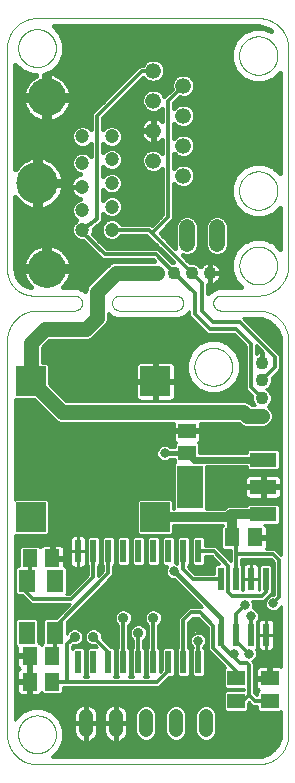
<source format=gtl>
G75*
%MOIN*%
%OFA0B0*%
%FSLAX25Y25*%
%IPPOS*%
%LPD*%
%AMOC8*
5,1,8,0,0,1.08239X$1,22.5*
%
%ADD10C,0.00000*%
%ADD11R,0.05118X0.05906*%
%ADD12R,0.05906X0.05118*%
%ADD13R,0.08800X0.04800*%
%ADD14R,0.08661X0.14173*%
%ADD15R,0.05512X0.07480*%
%ADD16R,0.02200X0.07800*%
%ADD17C,0.04331*%
%ADD18R,0.09843X0.09843*%
%ADD19C,0.05250*%
%ADD20C,0.04724*%
%ADD21C,0.13843*%
%ADD22C,0.12661*%
%ADD23C,0.05400*%
%ADD24C,0.04800*%
%ADD25C,0.01000*%
%ADD26C,0.03169*%
%ADD27C,0.01600*%
%ADD28C,0.02400*%
%ADD29C,0.01200*%
%ADD30C,0.03200*%
%ADD31C,0.05000*%
%ADD32C,0.03562*%
D10*
X0066345Y0060183D02*
X0066345Y0191433D01*
X0075095Y0206433D02*
X0088845Y0206433D01*
X0088943Y0206431D01*
X0089041Y0206425D01*
X0089139Y0206416D01*
X0089236Y0206402D01*
X0089333Y0206385D01*
X0089429Y0206364D01*
X0089524Y0206339D01*
X0089618Y0206311D01*
X0089710Y0206278D01*
X0089802Y0206243D01*
X0089892Y0206203D01*
X0089980Y0206161D01*
X0090067Y0206114D01*
X0090151Y0206065D01*
X0090234Y0206012D01*
X0090314Y0205956D01*
X0090393Y0205896D01*
X0090469Y0205834D01*
X0090542Y0205769D01*
X0090613Y0205701D01*
X0090681Y0205630D01*
X0090746Y0205557D01*
X0090808Y0205481D01*
X0090868Y0205402D01*
X0090924Y0205322D01*
X0090977Y0205239D01*
X0091026Y0205155D01*
X0091073Y0205068D01*
X0091115Y0204980D01*
X0091155Y0204890D01*
X0091190Y0204798D01*
X0091223Y0204706D01*
X0091251Y0204612D01*
X0091276Y0204517D01*
X0091297Y0204421D01*
X0091314Y0204324D01*
X0091328Y0204227D01*
X0091337Y0204129D01*
X0091343Y0204031D01*
X0091345Y0203933D01*
X0091343Y0203835D01*
X0091337Y0203737D01*
X0091328Y0203639D01*
X0091314Y0203542D01*
X0091297Y0203445D01*
X0091276Y0203349D01*
X0091251Y0203254D01*
X0091223Y0203160D01*
X0091190Y0203068D01*
X0091155Y0202976D01*
X0091115Y0202886D01*
X0091073Y0202798D01*
X0091026Y0202711D01*
X0090977Y0202627D01*
X0090924Y0202544D01*
X0090868Y0202464D01*
X0090808Y0202385D01*
X0090746Y0202309D01*
X0090681Y0202236D01*
X0090613Y0202165D01*
X0090542Y0202097D01*
X0090469Y0202032D01*
X0090393Y0201970D01*
X0090314Y0201910D01*
X0090234Y0201854D01*
X0090151Y0201801D01*
X0090067Y0201752D01*
X0089980Y0201705D01*
X0089892Y0201663D01*
X0089802Y0201623D01*
X0089710Y0201588D01*
X0089618Y0201555D01*
X0089524Y0201527D01*
X0089429Y0201502D01*
X0089333Y0201481D01*
X0089236Y0201464D01*
X0089139Y0201450D01*
X0089041Y0201441D01*
X0088943Y0201435D01*
X0088845Y0201433D01*
X0076345Y0201433D01*
X0076103Y0201430D01*
X0075862Y0201421D01*
X0075621Y0201407D01*
X0075380Y0201386D01*
X0075140Y0201360D01*
X0074900Y0201328D01*
X0074661Y0201290D01*
X0074424Y0201247D01*
X0074187Y0201197D01*
X0073952Y0201142D01*
X0073718Y0201082D01*
X0073486Y0201015D01*
X0073255Y0200944D01*
X0073026Y0200866D01*
X0072799Y0200783D01*
X0072574Y0200695D01*
X0072351Y0200601D01*
X0072131Y0200502D01*
X0071913Y0200397D01*
X0071698Y0200288D01*
X0071485Y0200173D01*
X0071275Y0200053D01*
X0071069Y0199928D01*
X0070865Y0199798D01*
X0070664Y0199663D01*
X0070467Y0199523D01*
X0070273Y0199379D01*
X0070083Y0199230D01*
X0069897Y0199076D01*
X0069714Y0198918D01*
X0069535Y0198756D01*
X0069360Y0198589D01*
X0069189Y0198418D01*
X0069022Y0198243D01*
X0068860Y0198064D01*
X0068702Y0197881D01*
X0068548Y0197695D01*
X0068399Y0197505D01*
X0068255Y0197311D01*
X0068115Y0197114D01*
X0067980Y0196913D01*
X0067850Y0196709D01*
X0067725Y0196503D01*
X0067605Y0196293D01*
X0067490Y0196080D01*
X0067381Y0195865D01*
X0067276Y0195647D01*
X0067177Y0195427D01*
X0067083Y0195204D01*
X0066995Y0194979D01*
X0066912Y0194752D01*
X0066834Y0194523D01*
X0066763Y0194292D01*
X0066696Y0194060D01*
X0066636Y0193826D01*
X0066581Y0193591D01*
X0066531Y0193354D01*
X0066488Y0193117D01*
X0066450Y0192878D01*
X0066418Y0192638D01*
X0066392Y0192398D01*
X0066371Y0192157D01*
X0066357Y0191916D01*
X0066348Y0191675D01*
X0066345Y0191433D01*
X0066345Y0215183D02*
X0066345Y0288933D01*
X0066348Y0289175D01*
X0066357Y0289416D01*
X0066371Y0289657D01*
X0066392Y0289898D01*
X0066418Y0290138D01*
X0066450Y0290378D01*
X0066488Y0290617D01*
X0066531Y0290854D01*
X0066581Y0291091D01*
X0066636Y0291326D01*
X0066696Y0291560D01*
X0066763Y0291792D01*
X0066834Y0292023D01*
X0066912Y0292252D01*
X0066995Y0292479D01*
X0067083Y0292704D01*
X0067177Y0292927D01*
X0067276Y0293147D01*
X0067381Y0293365D01*
X0067490Y0293580D01*
X0067605Y0293793D01*
X0067725Y0294003D01*
X0067850Y0294209D01*
X0067980Y0294413D01*
X0068115Y0294614D01*
X0068255Y0294811D01*
X0068399Y0295005D01*
X0068548Y0295195D01*
X0068702Y0295381D01*
X0068860Y0295564D01*
X0069022Y0295743D01*
X0069189Y0295918D01*
X0069360Y0296089D01*
X0069535Y0296256D01*
X0069714Y0296418D01*
X0069897Y0296576D01*
X0070083Y0296730D01*
X0070273Y0296879D01*
X0070467Y0297023D01*
X0070664Y0297163D01*
X0070865Y0297298D01*
X0071069Y0297428D01*
X0071275Y0297553D01*
X0071485Y0297673D01*
X0071698Y0297788D01*
X0071913Y0297897D01*
X0072131Y0298002D01*
X0072351Y0298101D01*
X0072574Y0298195D01*
X0072799Y0298283D01*
X0073026Y0298366D01*
X0073255Y0298444D01*
X0073486Y0298515D01*
X0073718Y0298582D01*
X0073952Y0298642D01*
X0074187Y0298697D01*
X0074424Y0298747D01*
X0074661Y0298790D01*
X0074900Y0298828D01*
X0075140Y0298860D01*
X0075380Y0298886D01*
X0075621Y0298907D01*
X0075862Y0298921D01*
X0076103Y0298930D01*
X0076345Y0298933D01*
X0150095Y0298933D01*
X0150337Y0298930D01*
X0150578Y0298921D01*
X0150819Y0298907D01*
X0151060Y0298886D01*
X0151300Y0298860D01*
X0151540Y0298828D01*
X0151779Y0298790D01*
X0152016Y0298747D01*
X0152253Y0298697D01*
X0152488Y0298642D01*
X0152722Y0298582D01*
X0152954Y0298515D01*
X0153185Y0298444D01*
X0153414Y0298366D01*
X0153641Y0298283D01*
X0153866Y0298195D01*
X0154089Y0298101D01*
X0154309Y0298002D01*
X0154527Y0297897D01*
X0154742Y0297788D01*
X0154955Y0297673D01*
X0155165Y0297553D01*
X0155371Y0297428D01*
X0155575Y0297298D01*
X0155776Y0297163D01*
X0155973Y0297023D01*
X0156167Y0296879D01*
X0156357Y0296730D01*
X0156543Y0296576D01*
X0156726Y0296418D01*
X0156905Y0296256D01*
X0157080Y0296089D01*
X0157251Y0295918D01*
X0157418Y0295743D01*
X0157580Y0295564D01*
X0157738Y0295381D01*
X0157892Y0295195D01*
X0158041Y0295005D01*
X0158185Y0294811D01*
X0158325Y0294614D01*
X0158460Y0294413D01*
X0158590Y0294209D01*
X0158715Y0294003D01*
X0158835Y0293793D01*
X0158950Y0293580D01*
X0159059Y0293365D01*
X0159164Y0293147D01*
X0159263Y0292927D01*
X0159357Y0292704D01*
X0159445Y0292479D01*
X0159528Y0292252D01*
X0159606Y0292023D01*
X0159677Y0291792D01*
X0159744Y0291560D01*
X0159804Y0291326D01*
X0159859Y0291091D01*
X0159909Y0290854D01*
X0159952Y0290617D01*
X0159990Y0290378D01*
X0160022Y0290138D01*
X0160048Y0289898D01*
X0160069Y0289657D01*
X0160083Y0289416D01*
X0160092Y0289175D01*
X0160095Y0288933D01*
X0160095Y0216433D01*
X0160092Y0216191D01*
X0160083Y0215950D01*
X0160069Y0215709D01*
X0160048Y0215468D01*
X0160022Y0215228D01*
X0159990Y0214988D01*
X0159952Y0214749D01*
X0159909Y0214512D01*
X0159859Y0214275D01*
X0159804Y0214040D01*
X0159744Y0213806D01*
X0159677Y0213574D01*
X0159606Y0213343D01*
X0159528Y0213114D01*
X0159445Y0212887D01*
X0159357Y0212662D01*
X0159263Y0212439D01*
X0159164Y0212219D01*
X0159059Y0212001D01*
X0158950Y0211786D01*
X0158835Y0211573D01*
X0158715Y0211363D01*
X0158590Y0211157D01*
X0158460Y0210953D01*
X0158325Y0210752D01*
X0158185Y0210555D01*
X0158041Y0210361D01*
X0157892Y0210171D01*
X0157738Y0209985D01*
X0157580Y0209802D01*
X0157418Y0209623D01*
X0157251Y0209448D01*
X0157080Y0209277D01*
X0156905Y0209110D01*
X0156726Y0208948D01*
X0156543Y0208790D01*
X0156357Y0208636D01*
X0156167Y0208487D01*
X0155973Y0208343D01*
X0155776Y0208203D01*
X0155575Y0208068D01*
X0155371Y0207938D01*
X0155165Y0207813D01*
X0154955Y0207693D01*
X0154742Y0207578D01*
X0154527Y0207469D01*
X0154309Y0207364D01*
X0154089Y0207265D01*
X0153866Y0207171D01*
X0153641Y0207083D01*
X0153414Y0207000D01*
X0153185Y0206922D01*
X0152954Y0206851D01*
X0152722Y0206784D01*
X0152488Y0206724D01*
X0152253Y0206669D01*
X0152016Y0206619D01*
X0151779Y0206576D01*
X0151540Y0206538D01*
X0151300Y0206506D01*
X0151060Y0206480D01*
X0150819Y0206459D01*
X0150578Y0206445D01*
X0150337Y0206436D01*
X0150095Y0206433D01*
X0137595Y0206433D01*
X0137497Y0206431D01*
X0137399Y0206425D01*
X0137301Y0206416D01*
X0137204Y0206402D01*
X0137107Y0206385D01*
X0137011Y0206364D01*
X0136916Y0206339D01*
X0136822Y0206311D01*
X0136730Y0206278D01*
X0136638Y0206243D01*
X0136548Y0206203D01*
X0136460Y0206161D01*
X0136373Y0206114D01*
X0136289Y0206065D01*
X0136206Y0206012D01*
X0136126Y0205956D01*
X0136047Y0205896D01*
X0135971Y0205834D01*
X0135898Y0205769D01*
X0135827Y0205701D01*
X0135759Y0205630D01*
X0135694Y0205557D01*
X0135632Y0205481D01*
X0135572Y0205402D01*
X0135516Y0205322D01*
X0135463Y0205239D01*
X0135414Y0205155D01*
X0135367Y0205068D01*
X0135325Y0204980D01*
X0135285Y0204890D01*
X0135250Y0204798D01*
X0135217Y0204706D01*
X0135189Y0204612D01*
X0135164Y0204517D01*
X0135143Y0204421D01*
X0135126Y0204324D01*
X0135112Y0204227D01*
X0135103Y0204129D01*
X0135097Y0204031D01*
X0135095Y0203933D01*
X0135097Y0203835D01*
X0135103Y0203737D01*
X0135112Y0203639D01*
X0135126Y0203542D01*
X0135143Y0203445D01*
X0135164Y0203349D01*
X0135189Y0203254D01*
X0135217Y0203160D01*
X0135250Y0203068D01*
X0135285Y0202976D01*
X0135325Y0202886D01*
X0135367Y0202798D01*
X0135414Y0202711D01*
X0135463Y0202627D01*
X0135516Y0202544D01*
X0135572Y0202464D01*
X0135632Y0202385D01*
X0135694Y0202309D01*
X0135759Y0202236D01*
X0135827Y0202165D01*
X0135898Y0202097D01*
X0135971Y0202032D01*
X0136047Y0201970D01*
X0136126Y0201910D01*
X0136206Y0201854D01*
X0136289Y0201801D01*
X0136373Y0201752D01*
X0136460Y0201705D01*
X0136548Y0201663D01*
X0136638Y0201623D01*
X0136730Y0201588D01*
X0136822Y0201555D01*
X0136916Y0201527D01*
X0137011Y0201502D01*
X0137107Y0201481D01*
X0137204Y0201464D01*
X0137301Y0201450D01*
X0137399Y0201441D01*
X0137497Y0201435D01*
X0137595Y0201433D01*
X0150095Y0201433D01*
X0150337Y0201430D01*
X0150578Y0201421D01*
X0150819Y0201407D01*
X0151060Y0201386D01*
X0151300Y0201360D01*
X0151540Y0201328D01*
X0151779Y0201290D01*
X0152016Y0201247D01*
X0152253Y0201197D01*
X0152488Y0201142D01*
X0152722Y0201082D01*
X0152954Y0201015D01*
X0153185Y0200944D01*
X0153414Y0200866D01*
X0153641Y0200783D01*
X0153866Y0200695D01*
X0154089Y0200601D01*
X0154309Y0200502D01*
X0154527Y0200397D01*
X0154742Y0200288D01*
X0154955Y0200173D01*
X0155165Y0200053D01*
X0155371Y0199928D01*
X0155575Y0199798D01*
X0155776Y0199663D01*
X0155973Y0199523D01*
X0156167Y0199379D01*
X0156357Y0199230D01*
X0156543Y0199076D01*
X0156726Y0198918D01*
X0156905Y0198756D01*
X0157080Y0198589D01*
X0157251Y0198418D01*
X0157418Y0198243D01*
X0157580Y0198064D01*
X0157738Y0197881D01*
X0157892Y0197695D01*
X0158041Y0197505D01*
X0158185Y0197311D01*
X0158325Y0197114D01*
X0158460Y0196913D01*
X0158590Y0196709D01*
X0158715Y0196503D01*
X0158835Y0196293D01*
X0158950Y0196080D01*
X0159059Y0195865D01*
X0159164Y0195647D01*
X0159263Y0195427D01*
X0159357Y0195204D01*
X0159445Y0194979D01*
X0159528Y0194752D01*
X0159606Y0194523D01*
X0159677Y0194292D01*
X0159744Y0194060D01*
X0159804Y0193826D01*
X0159859Y0193591D01*
X0159909Y0193354D01*
X0159952Y0193117D01*
X0159990Y0192878D01*
X0160022Y0192638D01*
X0160048Y0192398D01*
X0160069Y0192157D01*
X0160083Y0191916D01*
X0160092Y0191675D01*
X0160095Y0191433D01*
X0160095Y0060183D01*
X0160092Y0059941D01*
X0160083Y0059700D01*
X0160069Y0059459D01*
X0160048Y0059218D01*
X0160022Y0058978D01*
X0159990Y0058738D01*
X0159952Y0058499D01*
X0159909Y0058262D01*
X0159859Y0058025D01*
X0159804Y0057790D01*
X0159744Y0057556D01*
X0159677Y0057324D01*
X0159606Y0057093D01*
X0159528Y0056864D01*
X0159445Y0056637D01*
X0159357Y0056412D01*
X0159263Y0056189D01*
X0159164Y0055969D01*
X0159059Y0055751D01*
X0158950Y0055536D01*
X0158835Y0055323D01*
X0158715Y0055113D01*
X0158590Y0054907D01*
X0158460Y0054703D01*
X0158325Y0054502D01*
X0158185Y0054305D01*
X0158041Y0054111D01*
X0157892Y0053921D01*
X0157738Y0053735D01*
X0157580Y0053552D01*
X0157418Y0053373D01*
X0157251Y0053198D01*
X0157080Y0053027D01*
X0156905Y0052860D01*
X0156726Y0052698D01*
X0156543Y0052540D01*
X0156357Y0052386D01*
X0156167Y0052237D01*
X0155973Y0052093D01*
X0155776Y0051953D01*
X0155575Y0051818D01*
X0155371Y0051688D01*
X0155165Y0051563D01*
X0154955Y0051443D01*
X0154742Y0051328D01*
X0154527Y0051219D01*
X0154309Y0051114D01*
X0154089Y0051015D01*
X0153866Y0050921D01*
X0153641Y0050833D01*
X0153414Y0050750D01*
X0153185Y0050672D01*
X0152954Y0050601D01*
X0152722Y0050534D01*
X0152488Y0050474D01*
X0152253Y0050419D01*
X0152016Y0050369D01*
X0151779Y0050326D01*
X0151540Y0050288D01*
X0151300Y0050256D01*
X0151060Y0050230D01*
X0150819Y0050209D01*
X0150578Y0050195D01*
X0150337Y0050186D01*
X0150095Y0050183D01*
X0076345Y0050183D01*
X0076103Y0050186D01*
X0075862Y0050195D01*
X0075621Y0050209D01*
X0075380Y0050230D01*
X0075140Y0050256D01*
X0074900Y0050288D01*
X0074661Y0050326D01*
X0074424Y0050369D01*
X0074187Y0050419D01*
X0073952Y0050474D01*
X0073718Y0050534D01*
X0073486Y0050601D01*
X0073255Y0050672D01*
X0073026Y0050750D01*
X0072799Y0050833D01*
X0072574Y0050921D01*
X0072351Y0051015D01*
X0072131Y0051114D01*
X0071913Y0051219D01*
X0071698Y0051328D01*
X0071485Y0051443D01*
X0071275Y0051563D01*
X0071069Y0051688D01*
X0070865Y0051818D01*
X0070664Y0051953D01*
X0070467Y0052093D01*
X0070273Y0052237D01*
X0070083Y0052386D01*
X0069897Y0052540D01*
X0069714Y0052698D01*
X0069535Y0052860D01*
X0069360Y0053027D01*
X0069189Y0053198D01*
X0069022Y0053373D01*
X0068860Y0053552D01*
X0068702Y0053735D01*
X0068548Y0053921D01*
X0068399Y0054111D01*
X0068255Y0054305D01*
X0068115Y0054502D01*
X0067980Y0054703D01*
X0067850Y0054907D01*
X0067725Y0055113D01*
X0067605Y0055323D01*
X0067490Y0055536D01*
X0067381Y0055751D01*
X0067276Y0055969D01*
X0067177Y0056189D01*
X0067083Y0056412D01*
X0066995Y0056637D01*
X0066912Y0056864D01*
X0066834Y0057093D01*
X0066763Y0057324D01*
X0066696Y0057556D01*
X0066636Y0057790D01*
X0066581Y0058025D01*
X0066531Y0058262D01*
X0066488Y0058499D01*
X0066450Y0058738D01*
X0066418Y0058978D01*
X0066392Y0059218D01*
X0066371Y0059459D01*
X0066357Y0059700D01*
X0066348Y0059941D01*
X0066345Y0060183D01*
X0070046Y0060183D02*
X0070048Y0060341D01*
X0070054Y0060499D01*
X0070064Y0060657D01*
X0070078Y0060815D01*
X0070096Y0060972D01*
X0070117Y0061129D01*
X0070143Y0061285D01*
X0070173Y0061441D01*
X0070206Y0061596D01*
X0070244Y0061749D01*
X0070285Y0061902D01*
X0070330Y0062054D01*
X0070379Y0062205D01*
X0070432Y0062354D01*
X0070488Y0062502D01*
X0070548Y0062648D01*
X0070612Y0062793D01*
X0070680Y0062936D01*
X0070751Y0063078D01*
X0070825Y0063218D01*
X0070903Y0063355D01*
X0070985Y0063491D01*
X0071069Y0063625D01*
X0071158Y0063756D01*
X0071249Y0063885D01*
X0071344Y0064012D01*
X0071441Y0064137D01*
X0071542Y0064259D01*
X0071646Y0064378D01*
X0071753Y0064495D01*
X0071863Y0064609D01*
X0071976Y0064720D01*
X0072091Y0064829D01*
X0072209Y0064934D01*
X0072330Y0065036D01*
X0072453Y0065136D01*
X0072579Y0065232D01*
X0072707Y0065325D01*
X0072837Y0065415D01*
X0072970Y0065501D01*
X0073105Y0065585D01*
X0073241Y0065664D01*
X0073380Y0065741D01*
X0073521Y0065813D01*
X0073663Y0065883D01*
X0073807Y0065948D01*
X0073953Y0066010D01*
X0074100Y0066068D01*
X0074249Y0066123D01*
X0074399Y0066174D01*
X0074550Y0066221D01*
X0074702Y0066264D01*
X0074855Y0066303D01*
X0075010Y0066339D01*
X0075165Y0066370D01*
X0075321Y0066398D01*
X0075477Y0066422D01*
X0075634Y0066442D01*
X0075792Y0066458D01*
X0075949Y0066470D01*
X0076108Y0066478D01*
X0076266Y0066482D01*
X0076424Y0066482D01*
X0076582Y0066478D01*
X0076741Y0066470D01*
X0076898Y0066458D01*
X0077056Y0066442D01*
X0077213Y0066422D01*
X0077369Y0066398D01*
X0077525Y0066370D01*
X0077680Y0066339D01*
X0077835Y0066303D01*
X0077988Y0066264D01*
X0078140Y0066221D01*
X0078291Y0066174D01*
X0078441Y0066123D01*
X0078590Y0066068D01*
X0078737Y0066010D01*
X0078883Y0065948D01*
X0079027Y0065883D01*
X0079169Y0065813D01*
X0079310Y0065741D01*
X0079449Y0065664D01*
X0079585Y0065585D01*
X0079720Y0065501D01*
X0079853Y0065415D01*
X0079983Y0065325D01*
X0080111Y0065232D01*
X0080237Y0065136D01*
X0080360Y0065036D01*
X0080481Y0064934D01*
X0080599Y0064829D01*
X0080714Y0064720D01*
X0080827Y0064609D01*
X0080937Y0064495D01*
X0081044Y0064378D01*
X0081148Y0064259D01*
X0081249Y0064137D01*
X0081346Y0064012D01*
X0081441Y0063885D01*
X0081532Y0063756D01*
X0081621Y0063625D01*
X0081705Y0063491D01*
X0081787Y0063355D01*
X0081865Y0063218D01*
X0081939Y0063078D01*
X0082010Y0062936D01*
X0082078Y0062793D01*
X0082142Y0062648D01*
X0082202Y0062502D01*
X0082258Y0062354D01*
X0082311Y0062205D01*
X0082360Y0062054D01*
X0082405Y0061902D01*
X0082446Y0061749D01*
X0082484Y0061596D01*
X0082517Y0061441D01*
X0082547Y0061285D01*
X0082573Y0061129D01*
X0082594Y0060972D01*
X0082612Y0060815D01*
X0082626Y0060657D01*
X0082636Y0060499D01*
X0082642Y0060341D01*
X0082644Y0060183D01*
X0082642Y0060025D01*
X0082636Y0059867D01*
X0082626Y0059709D01*
X0082612Y0059551D01*
X0082594Y0059394D01*
X0082573Y0059237D01*
X0082547Y0059081D01*
X0082517Y0058925D01*
X0082484Y0058770D01*
X0082446Y0058617D01*
X0082405Y0058464D01*
X0082360Y0058312D01*
X0082311Y0058161D01*
X0082258Y0058012D01*
X0082202Y0057864D01*
X0082142Y0057718D01*
X0082078Y0057573D01*
X0082010Y0057430D01*
X0081939Y0057288D01*
X0081865Y0057148D01*
X0081787Y0057011D01*
X0081705Y0056875D01*
X0081621Y0056741D01*
X0081532Y0056610D01*
X0081441Y0056481D01*
X0081346Y0056354D01*
X0081249Y0056229D01*
X0081148Y0056107D01*
X0081044Y0055988D01*
X0080937Y0055871D01*
X0080827Y0055757D01*
X0080714Y0055646D01*
X0080599Y0055537D01*
X0080481Y0055432D01*
X0080360Y0055330D01*
X0080237Y0055230D01*
X0080111Y0055134D01*
X0079983Y0055041D01*
X0079853Y0054951D01*
X0079720Y0054865D01*
X0079585Y0054781D01*
X0079449Y0054702D01*
X0079310Y0054625D01*
X0079169Y0054553D01*
X0079027Y0054483D01*
X0078883Y0054418D01*
X0078737Y0054356D01*
X0078590Y0054298D01*
X0078441Y0054243D01*
X0078291Y0054192D01*
X0078140Y0054145D01*
X0077988Y0054102D01*
X0077835Y0054063D01*
X0077680Y0054027D01*
X0077525Y0053996D01*
X0077369Y0053968D01*
X0077213Y0053944D01*
X0077056Y0053924D01*
X0076898Y0053908D01*
X0076741Y0053896D01*
X0076582Y0053888D01*
X0076424Y0053884D01*
X0076266Y0053884D01*
X0076108Y0053888D01*
X0075949Y0053896D01*
X0075792Y0053908D01*
X0075634Y0053924D01*
X0075477Y0053944D01*
X0075321Y0053968D01*
X0075165Y0053996D01*
X0075010Y0054027D01*
X0074855Y0054063D01*
X0074702Y0054102D01*
X0074550Y0054145D01*
X0074399Y0054192D01*
X0074249Y0054243D01*
X0074100Y0054298D01*
X0073953Y0054356D01*
X0073807Y0054418D01*
X0073663Y0054483D01*
X0073521Y0054553D01*
X0073380Y0054625D01*
X0073241Y0054702D01*
X0073105Y0054781D01*
X0072970Y0054865D01*
X0072837Y0054951D01*
X0072707Y0055041D01*
X0072579Y0055134D01*
X0072453Y0055230D01*
X0072330Y0055330D01*
X0072209Y0055432D01*
X0072091Y0055537D01*
X0071976Y0055646D01*
X0071863Y0055757D01*
X0071753Y0055871D01*
X0071646Y0055988D01*
X0071542Y0056107D01*
X0071441Y0056229D01*
X0071344Y0056354D01*
X0071249Y0056481D01*
X0071158Y0056610D01*
X0071069Y0056741D01*
X0070985Y0056875D01*
X0070903Y0057011D01*
X0070825Y0057148D01*
X0070751Y0057288D01*
X0070680Y0057430D01*
X0070612Y0057573D01*
X0070548Y0057718D01*
X0070488Y0057864D01*
X0070432Y0058012D01*
X0070379Y0058161D01*
X0070330Y0058312D01*
X0070285Y0058464D01*
X0070244Y0058617D01*
X0070206Y0058770D01*
X0070173Y0058925D01*
X0070143Y0059081D01*
X0070117Y0059237D01*
X0070096Y0059394D01*
X0070078Y0059551D01*
X0070064Y0059709D01*
X0070054Y0059867D01*
X0070048Y0060025D01*
X0070046Y0060183D01*
X0128796Y0182683D02*
X0128798Y0182841D01*
X0128804Y0182999D01*
X0128814Y0183157D01*
X0128828Y0183315D01*
X0128846Y0183472D01*
X0128867Y0183629D01*
X0128893Y0183785D01*
X0128923Y0183941D01*
X0128956Y0184096D01*
X0128994Y0184249D01*
X0129035Y0184402D01*
X0129080Y0184554D01*
X0129129Y0184705D01*
X0129182Y0184854D01*
X0129238Y0185002D01*
X0129298Y0185148D01*
X0129362Y0185293D01*
X0129430Y0185436D01*
X0129501Y0185578D01*
X0129575Y0185718D01*
X0129653Y0185855D01*
X0129735Y0185991D01*
X0129819Y0186125D01*
X0129908Y0186256D01*
X0129999Y0186385D01*
X0130094Y0186512D01*
X0130191Y0186637D01*
X0130292Y0186759D01*
X0130396Y0186878D01*
X0130503Y0186995D01*
X0130613Y0187109D01*
X0130726Y0187220D01*
X0130841Y0187329D01*
X0130959Y0187434D01*
X0131080Y0187536D01*
X0131203Y0187636D01*
X0131329Y0187732D01*
X0131457Y0187825D01*
X0131587Y0187915D01*
X0131720Y0188001D01*
X0131855Y0188085D01*
X0131991Y0188164D01*
X0132130Y0188241D01*
X0132271Y0188313D01*
X0132413Y0188383D01*
X0132557Y0188448D01*
X0132703Y0188510D01*
X0132850Y0188568D01*
X0132999Y0188623D01*
X0133149Y0188674D01*
X0133300Y0188721D01*
X0133452Y0188764D01*
X0133605Y0188803D01*
X0133760Y0188839D01*
X0133915Y0188870D01*
X0134071Y0188898D01*
X0134227Y0188922D01*
X0134384Y0188942D01*
X0134542Y0188958D01*
X0134699Y0188970D01*
X0134858Y0188978D01*
X0135016Y0188982D01*
X0135174Y0188982D01*
X0135332Y0188978D01*
X0135491Y0188970D01*
X0135648Y0188958D01*
X0135806Y0188942D01*
X0135963Y0188922D01*
X0136119Y0188898D01*
X0136275Y0188870D01*
X0136430Y0188839D01*
X0136585Y0188803D01*
X0136738Y0188764D01*
X0136890Y0188721D01*
X0137041Y0188674D01*
X0137191Y0188623D01*
X0137340Y0188568D01*
X0137487Y0188510D01*
X0137633Y0188448D01*
X0137777Y0188383D01*
X0137919Y0188313D01*
X0138060Y0188241D01*
X0138199Y0188164D01*
X0138335Y0188085D01*
X0138470Y0188001D01*
X0138603Y0187915D01*
X0138733Y0187825D01*
X0138861Y0187732D01*
X0138987Y0187636D01*
X0139110Y0187536D01*
X0139231Y0187434D01*
X0139349Y0187329D01*
X0139464Y0187220D01*
X0139577Y0187109D01*
X0139687Y0186995D01*
X0139794Y0186878D01*
X0139898Y0186759D01*
X0139999Y0186637D01*
X0140096Y0186512D01*
X0140191Y0186385D01*
X0140282Y0186256D01*
X0140371Y0186125D01*
X0140455Y0185991D01*
X0140537Y0185855D01*
X0140615Y0185718D01*
X0140689Y0185578D01*
X0140760Y0185436D01*
X0140828Y0185293D01*
X0140892Y0185148D01*
X0140952Y0185002D01*
X0141008Y0184854D01*
X0141061Y0184705D01*
X0141110Y0184554D01*
X0141155Y0184402D01*
X0141196Y0184249D01*
X0141234Y0184096D01*
X0141267Y0183941D01*
X0141297Y0183785D01*
X0141323Y0183629D01*
X0141344Y0183472D01*
X0141362Y0183315D01*
X0141376Y0183157D01*
X0141386Y0182999D01*
X0141392Y0182841D01*
X0141394Y0182683D01*
X0141392Y0182525D01*
X0141386Y0182367D01*
X0141376Y0182209D01*
X0141362Y0182051D01*
X0141344Y0181894D01*
X0141323Y0181737D01*
X0141297Y0181581D01*
X0141267Y0181425D01*
X0141234Y0181270D01*
X0141196Y0181117D01*
X0141155Y0180964D01*
X0141110Y0180812D01*
X0141061Y0180661D01*
X0141008Y0180512D01*
X0140952Y0180364D01*
X0140892Y0180218D01*
X0140828Y0180073D01*
X0140760Y0179930D01*
X0140689Y0179788D01*
X0140615Y0179648D01*
X0140537Y0179511D01*
X0140455Y0179375D01*
X0140371Y0179241D01*
X0140282Y0179110D01*
X0140191Y0178981D01*
X0140096Y0178854D01*
X0139999Y0178729D01*
X0139898Y0178607D01*
X0139794Y0178488D01*
X0139687Y0178371D01*
X0139577Y0178257D01*
X0139464Y0178146D01*
X0139349Y0178037D01*
X0139231Y0177932D01*
X0139110Y0177830D01*
X0138987Y0177730D01*
X0138861Y0177634D01*
X0138733Y0177541D01*
X0138603Y0177451D01*
X0138470Y0177365D01*
X0138335Y0177281D01*
X0138199Y0177202D01*
X0138060Y0177125D01*
X0137919Y0177053D01*
X0137777Y0176983D01*
X0137633Y0176918D01*
X0137487Y0176856D01*
X0137340Y0176798D01*
X0137191Y0176743D01*
X0137041Y0176692D01*
X0136890Y0176645D01*
X0136738Y0176602D01*
X0136585Y0176563D01*
X0136430Y0176527D01*
X0136275Y0176496D01*
X0136119Y0176468D01*
X0135963Y0176444D01*
X0135806Y0176424D01*
X0135648Y0176408D01*
X0135491Y0176396D01*
X0135332Y0176388D01*
X0135174Y0176384D01*
X0135016Y0176384D01*
X0134858Y0176388D01*
X0134699Y0176396D01*
X0134542Y0176408D01*
X0134384Y0176424D01*
X0134227Y0176444D01*
X0134071Y0176468D01*
X0133915Y0176496D01*
X0133760Y0176527D01*
X0133605Y0176563D01*
X0133452Y0176602D01*
X0133300Y0176645D01*
X0133149Y0176692D01*
X0132999Y0176743D01*
X0132850Y0176798D01*
X0132703Y0176856D01*
X0132557Y0176918D01*
X0132413Y0176983D01*
X0132271Y0177053D01*
X0132130Y0177125D01*
X0131991Y0177202D01*
X0131855Y0177281D01*
X0131720Y0177365D01*
X0131587Y0177451D01*
X0131457Y0177541D01*
X0131329Y0177634D01*
X0131203Y0177730D01*
X0131080Y0177830D01*
X0130959Y0177932D01*
X0130841Y0178037D01*
X0130726Y0178146D01*
X0130613Y0178257D01*
X0130503Y0178371D01*
X0130396Y0178488D01*
X0130292Y0178607D01*
X0130191Y0178729D01*
X0130094Y0178854D01*
X0129999Y0178981D01*
X0129908Y0179110D01*
X0129819Y0179241D01*
X0129735Y0179375D01*
X0129653Y0179511D01*
X0129575Y0179648D01*
X0129501Y0179788D01*
X0129430Y0179930D01*
X0129362Y0180073D01*
X0129298Y0180218D01*
X0129238Y0180364D01*
X0129182Y0180512D01*
X0129129Y0180661D01*
X0129080Y0180812D01*
X0129035Y0180964D01*
X0128994Y0181117D01*
X0128956Y0181270D01*
X0128923Y0181425D01*
X0128893Y0181581D01*
X0128867Y0181737D01*
X0128846Y0181894D01*
X0128828Y0182051D01*
X0128814Y0182209D01*
X0128804Y0182367D01*
X0128798Y0182525D01*
X0128796Y0182683D01*
X0122595Y0201433D02*
X0103845Y0201433D01*
X0103747Y0201435D01*
X0103649Y0201441D01*
X0103551Y0201450D01*
X0103454Y0201464D01*
X0103357Y0201481D01*
X0103261Y0201502D01*
X0103166Y0201527D01*
X0103072Y0201555D01*
X0102980Y0201588D01*
X0102888Y0201623D01*
X0102798Y0201663D01*
X0102710Y0201705D01*
X0102623Y0201752D01*
X0102539Y0201801D01*
X0102456Y0201854D01*
X0102376Y0201910D01*
X0102297Y0201970D01*
X0102221Y0202032D01*
X0102148Y0202097D01*
X0102077Y0202165D01*
X0102009Y0202236D01*
X0101944Y0202309D01*
X0101882Y0202385D01*
X0101822Y0202464D01*
X0101766Y0202544D01*
X0101713Y0202627D01*
X0101664Y0202711D01*
X0101617Y0202798D01*
X0101575Y0202886D01*
X0101535Y0202976D01*
X0101500Y0203068D01*
X0101467Y0203160D01*
X0101439Y0203254D01*
X0101414Y0203349D01*
X0101393Y0203445D01*
X0101376Y0203542D01*
X0101362Y0203639D01*
X0101353Y0203737D01*
X0101347Y0203835D01*
X0101345Y0203933D01*
X0101347Y0204031D01*
X0101353Y0204129D01*
X0101362Y0204227D01*
X0101376Y0204324D01*
X0101393Y0204421D01*
X0101414Y0204517D01*
X0101439Y0204612D01*
X0101467Y0204706D01*
X0101500Y0204798D01*
X0101535Y0204890D01*
X0101575Y0204980D01*
X0101617Y0205068D01*
X0101664Y0205155D01*
X0101713Y0205239D01*
X0101766Y0205322D01*
X0101822Y0205402D01*
X0101882Y0205481D01*
X0101944Y0205557D01*
X0102009Y0205630D01*
X0102077Y0205701D01*
X0102148Y0205769D01*
X0102221Y0205834D01*
X0102297Y0205896D01*
X0102376Y0205956D01*
X0102456Y0206012D01*
X0102539Y0206065D01*
X0102623Y0206114D01*
X0102710Y0206161D01*
X0102798Y0206203D01*
X0102888Y0206243D01*
X0102980Y0206278D01*
X0103072Y0206311D01*
X0103166Y0206339D01*
X0103261Y0206364D01*
X0103357Y0206385D01*
X0103454Y0206402D01*
X0103551Y0206416D01*
X0103649Y0206425D01*
X0103747Y0206431D01*
X0103845Y0206433D01*
X0122595Y0206433D01*
X0122693Y0206431D01*
X0122791Y0206425D01*
X0122889Y0206416D01*
X0122986Y0206402D01*
X0123083Y0206385D01*
X0123179Y0206364D01*
X0123274Y0206339D01*
X0123368Y0206311D01*
X0123460Y0206278D01*
X0123552Y0206243D01*
X0123642Y0206203D01*
X0123730Y0206161D01*
X0123817Y0206114D01*
X0123901Y0206065D01*
X0123984Y0206012D01*
X0124064Y0205956D01*
X0124143Y0205896D01*
X0124219Y0205834D01*
X0124292Y0205769D01*
X0124363Y0205701D01*
X0124431Y0205630D01*
X0124496Y0205557D01*
X0124558Y0205481D01*
X0124618Y0205402D01*
X0124674Y0205322D01*
X0124727Y0205239D01*
X0124776Y0205155D01*
X0124823Y0205068D01*
X0124865Y0204980D01*
X0124905Y0204890D01*
X0124940Y0204798D01*
X0124973Y0204706D01*
X0125001Y0204612D01*
X0125026Y0204517D01*
X0125047Y0204421D01*
X0125064Y0204324D01*
X0125078Y0204227D01*
X0125087Y0204129D01*
X0125093Y0204031D01*
X0125095Y0203933D01*
X0125093Y0203835D01*
X0125087Y0203737D01*
X0125078Y0203639D01*
X0125064Y0203542D01*
X0125047Y0203445D01*
X0125026Y0203349D01*
X0125001Y0203254D01*
X0124973Y0203160D01*
X0124940Y0203068D01*
X0124905Y0202976D01*
X0124865Y0202886D01*
X0124823Y0202798D01*
X0124776Y0202711D01*
X0124727Y0202627D01*
X0124674Y0202544D01*
X0124618Y0202464D01*
X0124558Y0202385D01*
X0124496Y0202309D01*
X0124431Y0202236D01*
X0124363Y0202165D01*
X0124292Y0202097D01*
X0124219Y0202032D01*
X0124143Y0201970D01*
X0124064Y0201910D01*
X0123984Y0201854D01*
X0123901Y0201801D01*
X0123817Y0201752D01*
X0123730Y0201705D01*
X0123642Y0201663D01*
X0123552Y0201623D01*
X0123460Y0201588D01*
X0123368Y0201555D01*
X0123274Y0201527D01*
X0123179Y0201502D01*
X0123083Y0201481D01*
X0122986Y0201464D01*
X0122889Y0201450D01*
X0122791Y0201441D01*
X0122693Y0201435D01*
X0122595Y0201433D01*
X0143796Y0216433D02*
X0143798Y0216591D01*
X0143804Y0216749D01*
X0143814Y0216907D01*
X0143828Y0217065D01*
X0143846Y0217222D01*
X0143867Y0217379D01*
X0143893Y0217535D01*
X0143923Y0217691D01*
X0143956Y0217846D01*
X0143994Y0217999D01*
X0144035Y0218152D01*
X0144080Y0218304D01*
X0144129Y0218455D01*
X0144182Y0218604D01*
X0144238Y0218752D01*
X0144298Y0218898D01*
X0144362Y0219043D01*
X0144430Y0219186D01*
X0144501Y0219328D01*
X0144575Y0219468D01*
X0144653Y0219605D01*
X0144735Y0219741D01*
X0144819Y0219875D01*
X0144908Y0220006D01*
X0144999Y0220135D01*
X0145094Y0220262D01*
X0145191Y0220387D01*
X0145292Y0220509D01*
X0145396Y0220628D01*
X0145503Y0220745D01*
X0145613Y0220859D01*
X0145726Y0220970D01*
X0145841Y0221079D01*
X0145959Y0221184D01*
X0146080Y0221286D01*
X0146203Y0221386D01*
X0146329Y0221482D01*
X0146457Y0221575D01*
X0146587Y0221665D01*
X0146720Y0221751D01*
X0146855Y0221835D01*
X0146991Y0221914D01*
X0147130Y0221991D01*
X0147271Y0222063D01*
X0147413Y0222133D01*
X0147557Y0222198D01*
X0147703Y0222260D01*
X0147850Y0222318D01*
X0147999Y0222373D01*
X0148149Y0222424D01*
X0148300Y0222471D01*
X0148452Y0222514D01*
X0148605Y0222553D01*
X0148760Y0222589D01*
X0148915Y0222620D01*
X0149071Y0222648D01*
X0149227Y0222672D01*
X0149384Y0222692D01*
X0149542Y0222708D01*
X0149699Y0222720D01*
X0149858Y0222728D01*
X0150016Y0222732D01*
X0150174Y0222732D01*
X0150332Y0222728D01*
X0150491Y0222720D01*
X0150648Y0222708D01*
X0150806Y0222692D01*
X0150963Y0222672D01*
X0151119Y0222648D01*
X0151275Y0222620D01*
X0151430Y0222589D01*
X0151585Y0222553D01*
X0151738Y0222514D01*
X0151890Y0222471D01*
X0152041Y0222424D01*
X0152191Y0222373D01*
X0152340Y0222318D01*
X0152487Y0222260D01*
X0152633Y0222198D01*
X0152777Y0222133D01*
X0152919Y0222063D01*
X0153060Y0221991D01*
X0153199Y0221914D01*
X0153335Y0221835D01*
X0153470Y0221751D01*
X0153603Y0221665D01*
X0153733Y0221575D01*
X0153861Y0221482D01*
X0153987Y0221386D01*
X0154110Y0221286D01*
X0154231Y0221184D01*
X0154349Y0221079D01*
X0154464Y0220970D01*
X0154577Y0220859D01*
X0154687Y0220745D01*
X0154794Y0220628D01*
X0154898Y0220509D01*
X0154999Y0220387D01*
X0155096Y0220262D01*
X0155191Y0220135D01*
X0155282Y0220006D01*
X0155371Y0219875D01*
X0155455Y0219741D01*
X0155537Y0219605D01*
X0155615Y0219468D01*
X0155689Y0219328D01*
X0155760Y0219186D01*
X0155828Y0219043D01*
X0155892Y0218898D01*
X0155952Y0218752D01*
X0156008Y0218604D01*
X0156061Y0218455D01*
X0156110Y0218304D01*
X0156155Y0218152D01*
X0156196Y0217999D01*
X0156234Y0217846D01*
X0156267Y0217691D01*
X0156297Y0217535D01*
X0156323Y0217379D01*
X0156344Y0217222D01*
X0156362Y0217065D01*
X0156376Y0216907D01*
X0156386Y0216749D01*
X0156392Y0216591D01*
X0156394Y0216433D01*
X0156392Y0216275D01*
X0156386Y0216117D01*
X0156376Y0215959D01*
X0156362Y0215801D01*
X0156344Y0215644D01*
X0156323Y0215487D01*
X0156297Y0215331D01*
X0156267Y0215175D01*
X0156234Y0215020D01*
X0156196Y0214867D01*
X0156155Y0214714D01*
X0156110Y0214562D01*
X0156061Y0214411D01*
X0156008Y0214262D01*
X0155952Y0214114D01*
X0155892Y0213968D01*
X0155828Y0213823D01*
X0155760Y0213680D01*
X0155689Y0213538D01*
X0155615Y0213398D01*
X0155537Y0213261D01*
X0155455Y0213125D01*
X0155371Y0212991D01*
X0155282Y0212860D01*
X0155191Y0212731D01*
X0155096Y0212604D01*
X0154999Y0212479D01*
X0154898Y0212357D01*
X0154794Y0212238D01*
X0154687Y0212121D01*
X0154577Y0212007D01*
X0154464Y0211896D01*
X0154349Y0211787D01*
X0154231Y0211682D01*
X0154110Y0211580D01*
X0153987Y0211480D01*
X0153861Y0211384D01*
X0153733Y0211291D01*
X0153603Y0211201D01*
X0153470Y0211115D01*
X0153335Y0211031D01*
X0153199Y0210952D01*
X0153060Y0210875D01*
X0152919Y0210803D01*
X0152777Y0210733D01*
X0152633Y0210668D01*
X0152487Y0210606D01*
X0152340Y0210548D01*
X0152191Y0210493D01*
X0152041Y0210442D01*
X0151890Y0210395D01*
X0151738Y0210352D01*
X0151585Y0210313D01*
X0151430Y0210277D01*
X0151275Y0210246D01*
X0151119Y0210218D01*
X0150963Y0210194D01*
X0150806Y0210174D01*
X0150648Y0210158D01*
X0150491Y0210146D01*
X0150332Y0210138D01*
X0150174Y0210134D01*
X0150016Y0210134D01*
X0149858Y0210138D01*
X0149699Y0210146D01*
X0149542Y0210158D01*
X0149384Y0210174D01*
X0149227Y0210194D01*
X0149071Y0210218D01*
X0148915Y0210246D01*
X0148760Y0210277D01*
X0148605Y0210313D01*
X0148452Y0210352D01*
X0148300Y0210395D01*
X0148149Y0210442D01*
X0147999Y0210493D01*
X0147850Y0210548D01*
X0147703Y0210606D01*
X0147557Y0210668D01*
X0147413Y0210733D01*
X0147271Y0210803D01*
X0147130Y0210875D01*
X0146991Y0210952D01*
X0146855Y0211031D01*
X0146720Y0211115D01*
X0146587Y0211201D01*
X0146457Y0211291D01*
X0146329Y0211384D01*
X0146203Y0211480D01*
X0146080Y0211580D01*
X0145959Y0211682D01*
X0145841Y0211787D01*
X0145726Y0211896D01*
X0145613Y0212007D01*
X0145503Y0212121D01*
X0145396Y0212238D01*
X0145292Y0212357D01*
X0145191Y0212479D01*
X0145094Y0212604D01*
X0144999Y0212731D01*
X0144908Y0212860D01*
X0144819Y0212991D01*
X0144735Y0213125D01*
X0144653Y0213261D01*
X0144575Y0213398D01*
X0144501Y0213538D01*
X0144430Y0213680D01*
X0144362Y0213823D01*
X0144298Y0213968D01*
X0144238Y0214114D01*
X0144182Y0214262D01*
X0144129Y0214411D01*
X0144080Y0214562D01*
X0144035Y0214714D01*
X0143994Y0214867D01*
X0143956Y0215020D01*
X0143923Y0215175D01*
X0143893Y0215331D01*
X0143867Y0215487D01*
X0143846Y0215644D01*
X0143828Y0215801D01*
X0143814Y0215959D01*
X0143804Y0216117D01*
X0143798Y0216275D01*
X0143796Y0216433D01*
X0143695Y0241433D02*
X0143697Y0241593D01*
X0143703Y0241752D01*
X0143713Y0241911D01*
X0143727Y0242070D01*
X0143745Y0242229D01*
X0143766Y0242387D01*
X0143792Y0242544D01*
X0143822Y0242701D01*
X0143855Y0242857D01*
X0143893Y0243012D01*
X0143934Y0243166D01*
X0143979Y0243319D01*
X0144028Y0243471D01*
X0144081Y0243622D01*
X0144137Y0243771D01*
X0144198Y0243919D01*
X0144261Y0244065D01*
X0144329Y0244210D01*
X0144400Y0244353D01*
X0144474Y0244494D01*
X0144552Y0244633D01*
X0144634Y0244770D01*
X0144719Y0244905D01*
X0144807Y0245038D01*
X0144899Y0245169D01*
X0144993Y0245297D01*
X0145091Y0245423D01*
X0145192Y0245547D01*
X0145296Y0245668D01*
X0145403Y0245786D01*
X0145513Y0245902D01*
X0145626Y0246015D01*
X0145742Y0246125D01*
X0145860Y0246232D01*
X0145981Y0246336D01*
X0146105Y0246437D01*
X0146231Y0246535D01*
X0146359Y0246629D01*
X0146490Y0246721D01*
X0146623Y0246809D01*
X0146758Y0246894D01*
X0146895Y0246976D01*
X0147034Y0247054D01*
X0147175Y0247128D01*
X0147318Y0247199D01*
X0147463Y0247267D01*
X0147609Y0247330D01*
X0147757Y0247391D01*
X0147906Y0247447D01*
X0148057Y0247500D01*
X0148209Y0247549D01*
X0148362Y0247594D01*
X0148516Y0247635D01*
X0148671Y0247673D01*
X0148827Y0247706D01*
X0148984Y0247736D01*
X0149141Y0247762D01*
X0149299Y0247783D01*
X0149458Y0247801D01*
X0149617Y0247815D01*
X0149776Y0247825D01*
X0149935Y0247831D01*
X0150095Y0247833D01*
X0150255Y0247831D01*
X0150414Y0247825D01*
X0150573Y0247815D01*
X0150732Y0247801D01*
X0150891Y0247783D01*
X0151049Y0247762D01*
X0151206Y0247736D01*
X0151363Y0247706D01*
X0151519Y0247673D01*
X0151674Y0247635D01*
X0151828Y0247594D01*
X0151981Y0247549D01*
X0152133Y0247500D01*
X0152284Y0247447D01*
X0152433Y0247391D01*
X0152581Y0247330D01*
X0152727Y0247267D01*
X0152872Y0247199D01*
X0153015Y0247128D01*
X0153156Y0247054D01*
X0153295Y0246976D01*
X0153432Y0246894D01*
X0153567Y0246809D01*
X0153700Y0246721D01*
X0153831Y0246629D01*
X0153959Y0246535D01*
X0154085Y0246437D01*
X0154209Y0246336D01*
X0154330Y0246232D01*
X0154448Y0246125D01*
X0154564Y0246015D01*
X0154677Y0245902D01*
X0154787Y0245786D01*
X0154894Y0245668D01*
X0154998Y0245547D01*
X0155099Y0245423D01*
X0155197Y0245297D01*
X0155291Y0245169D01*
X0155383Y0245038D01*
X0155471Y0244905D01*
X0155556Y0244770D01*
X0155638Y0244633D01*
X0155716Y0244494D01*
X0155790Y0244353D01*
X0155861Y0244210D01*
X0155929Y0244065D01*
X0155992Y0243919D01*
X0156053Y0243771D01*
X0156109Y0243622D01*
X0156162Y0243471D01*
X0156211Y0243319D01*
X0156256Y0243166D01*
X0156297Y0243012D01*
X0156335Y0242857D01*
X0156368Y0242701D01*
X0156398Y0242544D01*
X0156424Y0242387D01*
X0156445Y0242229D01*
X0156463Y0242070D01*
X0156477Y0241911D01*
X0156487Y0241752D01*
X0156493Y0241593D01*
X0156495Y0241433D01*
X0156493Y0241273D01*
X0156487Y0241114D01*
X0156477Y0240955D01*
X0156463Y0240796D01*
X0156445Y0240637D01*
X0156424Y0240479D01*
X0156398Y0240322D01*
X0156368Y0240165D01*
X0156335Y0240009D01*
X0156297Y0239854D01*
X0156256Y0239700D01*
X0156211Y0239547D01*
X0156162Y0239395D01*
X0156109Y0239244D01*
X0156053Y0239095D01*
X0155992Y0238947D01*
X0155929Y0238801D01*
X0155861Y0238656D01*
X0155790Y0238513D01*
X0155716Y0238372D01*
X0155638Y0238233D01*
X0155556Y0238096D01*
X0155471Y0237961D01*
X0155383Y0237828D01*
X0155291Y0237697D01*
X0155197Y0237569D01*
X0155099Y0237443D01*
X0154998Y0237319D01*
X0154894Y0237198D01*
X0154787Y0237080D01*
X0154677Y0236964D01*
X0154564Y0236851D01*
X0154448Y0236741D01*
X0154330Y0236634D01*
X0154209Y0236530D01*
X0154085Y0236429D01*
X0153959Y0236331D01*
X0153831Y0236237D01*
X0153700Y0236145D01*
X0153567Y0236057D01*
X0153432Y0235972D01*
X0153295Y0235890D01*
X0153156Y0235812D01*
X0153015Y0235738D01*
X0152872Y0235667D01*
X0152727Y0235599D01*
X0152581Y0235536D01*
X0152433Y0235475D01*
X0152284Y0235419D01*
X0152133Y0235366D01*
X0151981Y0235317D01*
X0151828Y0235272D01*
X0151674Y0235231D01*
X0151519Y0235193D01*
X0151363Y0235160D01*
X0151206Y0235130D01*
X0151049Y0235104D01*
X0150891Y0235083D01*
X0150732Y0235065D01*
X0150573Y0235051D01*
X0150414Y0235041D01*
X0150255Y0235035D01*
X0150095Y0235033D01*
X0149935Y0235035D01*
X0149776Y0235041D01*
X0149617Y0235051D01*
X0149458Y0235065D01*
X0149299Y0235083D01*
X0149141Y0235104D01*
X0148984Y0235130D01*
X0148827Y0235160D01*
X0148671Y0235193D01*
X0148516Y0235231D01*
X0148362Y0235272D01*
X0148209Y0235317D01*
X0148057Y0235366D01*
X0147906Y0235419D01*
X0147757Y0235475D01*
X0147609Y0235536D01*
X0147463Y0235599D01*
X0147318Y0235667D01*
X0147175Y0235738D01*
X0147034Y0235812D01*
X0146895Y0235890D01*
X0146758Y0235972D01*
X0146623Y0236057D01*
X0146490Y0236145D01*
X0146359Y0236237D01*
X0146231Y0236331D01*
X0146105Y0236429D01*
X0145981Y0236530D01*
X0145860Y0236634D01*
X0145742Y0236741D01*
X0145626Y0236851D01*
X0145513Y0236964D01*
X0145403Y0237080D01*
X0145296Y0237198D01*
X0145192Y0237319D01*
X0145091Y0237443D01*
X0144993Y0237569D01*
X0144899Y0237697D01*
X0144807Y0237828D01*
X0144719Y0237961D01*
X0144634Y0238096D01*
X0144552Y0238233D01*
X0144474Y0238372D01*
X0144400Y0238513D01*
X0144329Y0238656D01*
X0144261Y0238801D01*
X0144198Y0238947D01*
X0144137Y0239095D01*
X0144081Y0239244D01*
X0144028Y0239395D01*
X0143979Y0239547D01*
X0143934Y0239700D01*
X0143893Y0239854D01*
X0143855Y0240009D01*
X0143822Y0240165D01*
X0143792Y0240322D01*
X0143766Y0240479D01*
X0143745Y0240637D01*
X0143727Y0240796D01*
X0143713Y0240955D01*
X0143703Y0241114D01*
X0143697Y0241273D01*
X0143695Y0241433D01*
X0143695Y0286433D02*
X0143697Y0286593D01*
X0143703Y0286752D01*
X0143713Y0286911D01*
X0143727Y0287070D01*
X0143745Y0287229D01*
X0143766Y0287387D01*
X0143792Y0287544D01*
X0143822Y0287701D01*
X0143855Y0287857D01*
X0143893Y0288012D01*
X0143934Y0288166D01*
X0143979Y0288319D01*
X0144028Y0288471D01*
X0144081Y0288622D01*
X0144137Y0288771D01*
X0144198Y0288919D01*
X0144261Y0289065D01*
X0144329Y0289210D01*
X0144400Y0289353D01*
X0144474Y0289494D01*
X0144552Y0289633D01*
X0144634Y0289770D01*
X0144719Y0289905D01*
X0144807Y0290038D01*
X0144899Y0290169D01*
X0144993Y0290297D01*
X0145091Y0290423D01*
X0145192Y0290547D01*
X0145296Y0290668D01*
X0145403Y0290786D01*
X0145513Y0290902D01*
X0145626Y0291015D01*
X0145742Y0291125D01*
X0145860Y0291232D01*
X0145981Y0291336D01*
X0146105Y0291437D01*
X0146231Y0291535D01*
X0146359Y0291629D01*
X0146490Y0291721D01*
X0146623Y0291809D01*
X0146758Y0291894D01*
X0146895Y0291976D01*
X0147034Y0292054D01*
X0147175Y0292128D01*
X0147318Y0292199D01*
X0147463Y0292267D01*
X0147609Y0292330D01*
X0147757Y0292391D01*
X0147906Y0292447D01*
X0148057Y0292500D01*
X0148209Y0292549D01*
X0148362Y0292594D01*
X0148516Y0292635D01*
X0148671Y0292673D01*
X0148827Y0292706D01*
X0148984Y0292736D01*
X0149141Y0292762D01*
X0149299Y0292783D01*
X0149458Y0292801D01*
X0149617Y0292815D01*
X0149776Y0292825D01*
X0149935Y0292831D01*
X0150095Y0292833D01*
X0150255Y0292831D01*
X0150414Y0292825D01*
X0150573Y0292815D01*
X0150732Y0292801D01*
X0150891Y0292783D01*
X0151049Y0292762D01*
X0151206Y0292736D01*
X0151363Y0292706D01*
X0151519Y0292673D01*
X0151674Y0292635D01*
X0151828Y0292594D01*
X0151981Y0292549D01*
X0152133Y0292500D01*
X0152284Y0292447D01*
X0152433Y0292391D01*
X0152581Y0292330D01*
X0152727Y0292267D01*
X0152872Y0292199D01*
X0153015Y0292128D01*
X0153156Y0292054D01*
X0153295Y0291976D01*
X0153432Y0291894D01*
X0153567Y0291809D01*
X0153700Y0291721D01*
X0153831Y0291629D01*
X0153959Y0291535D01*
X0154085Y0291437D01*
X0154209Y0291336D01*
X0154330Y0291232D01*
X0154448Y0291125D01*
X0154564Y0291015D01*
X0154677Y0290902D01*
X0154787Y0290786D01*
X0154894Y0290668D01*
X0154998Y0290547D01*
X0155099Y0290423D01*
X0155197Y0290297D01*
X0155291Y0290169D01*
X0155383Y0290038D01*
X0155471Y0289905D01*
X0155556Y0289770D01*
X0155638Y0289633D01*
X0155716Y0289494D01*
X0155790Y0289353D01*
X0155861Y0289210D01*
X0155929Y0289065D01*
X0155992Y0288919D01*
X0156053Y0288771D01*
X0156109Y0288622D01*
X0156162Y0288471D01*
X0156211Y0288319D01*
X0156256Y0288166D01*
X0156297Y0288012D01*
X0156335Y0287857D01*
X0156368Y0287701D01*
X0156398Y0287544D01*
X0156424Y0287387D01*
X0156445Y0287229D01*
X0156463Y0287070D01*
X0156477Y0286911D01*
X0156487Y0286752D01*
X0156493Y0286593D01*
X0156495Y0286433D01*
X0156493Y0286273D01*
X0156487Y0286114D01*
X0156477Y0285955D01*
X0156463Y0285796D01*
X0156445Y0285637D01*
X0156424Y0285479D01*
X0156398Y0285322D01*
X0156368Y0285165D01*
X0156335Y0285009D01*
X0156297Y0284854D01*
X0156256Y0284700D01*
X0156211Y0284547D01*
X0156162Y0284395D01*
X0156109Y0284244D01*
X0156053Y0284095D01*
X0155992Y0283947D01*
X0155929Y0283801D01*
X0155861Y0283656D01*
X0155790Y0283513D01*
X0155716Y0283372D01*
X0155638Y0283233D01*
X0155556Y0283096D01*
X0155471Y0282961D01*
X0155383Y0282828D01*
X0155291Y0282697D01*
X0155197Y0282569D01*
X0155099Y0282443D01*
X0154998Y0282319D01*
X0154894Y0282198D01*
X0154787Y0282080D01*
X0154677Y0281964D01*
X0154564Y0281851D01*
X0154448Y0281741D01*
X0154330Y0281634D01*
X0154209Y0281530D01*
X0154085Y0281429D01*
X0153959Y0281331D01*
X0153831Y0281237D01*
X0153700Y0281145D01*
X0153567Y0281057D01*
X0153432Y0280972D01*
X0153295Y0280890D01*
X0153156Y0280812D01*
X0153015Y0280738D01*
X0152872Y0280667D01*
X0152727Y0280599D01*
X0152581Y0280536D01*
X0152433Y0280475D01*
X0152284Y0280419D01*
X0152133Y0280366D01*
X0151981Y0280317D01*
X0151828Y0280272D01*
X0151674Y0280231D01*
X0151519Y0280193D01*
X0151363Y0280160D01*
X0151206Y0280130D01*
X0151049Y0280104D01*
X0150891Y0280083D01*
X0150732Y0280065D01*
X0150573Y0280051D01*
X0150414Y0280041D01*
X0150255Y0280035D01*
X0150095Y0280033D01*
X0149935Y0280035D01*
X0149776Y0280041D01*
X0149617Y0280051D01*
X0149458Y0280065D01*
X0149299Y0280083D01*
X0149141Y0280104D01*
X0148984Y0280130D01*
X0148827Y0280160D01*
X0148671Y0280193D01*
X0148516Y0280231D01*
X0148362Y0280272D01*
X0148209Y0280317D01*
X0148057Y0280366D01*
X0147906Y0280419D01*
X0147757Y0280475D01*
X0147609Y0280536D01*
X0147463Y0280599D01*
X0147318Y0280667D01*
X0147175Y0280738D01*
X0147034Y0280812D01*
X0146895Y0280890D01*
X0146758Y0280972D01*
X0146623Y0281057D01*
X0146490Y0281145D01*
X0146359Y0281237D01*
X0146231Y0281331D01*
X0146105Y0281429D01*
X0145981Y0281530D01*
X0145860Y0281634D01*
X0145742Y0281741D01*
X0145626Y0281851D01*
X0145513Y0281964D01*
X0145403Y0282080D01*
X0145296Y0282198D01*
X0145192Y0282319D01*
X0145091Y0282443D01*
X0144993Y0282569D01*
X0144899Y0282697D01*
X0144807Y0282828D01*
X0144719Y0282961D01*
X0144634Y0283096D01*
X0144552Y0283233D01*
X0144474Y0283372D01*
X0144400Y0283513D01*
X0144329Y0283656D01*
X0144261Y0283801D01*
X0144198Y0283947D01*
X0144137Y0284095D01*
X0144081Y0284244D01*
X0144028Y0284395D01*
X0143979Y0284547D01*
X0143934Y0284700D01*
X0143893Y0284854D01*
X0143855Y0285009D01*
X0143822Y0285165D01*
X0143792Y0285322D01*
X0143766Y0285479D01*
X0143745Y0285637D01*
X0143727Y0285796D01*
X0143713Y0285955D01*
X0143703Y0286114D01*
X0143697Y0286273D01*
X0143695Y0286433D01*
X0070046Y0288933D02*
X0070048Y0289091D01*
X0070054Y0289249D01*
X0070064Y0289407D01*
X0070078Y0289565D01*
X0070096Y0289722D01*
X0070117Y0289879D01*
X0070143Y0290035D01*
X0070173Y0290191D01*
X0070206Y0290346D01*
X0070244Y0290499D01*
X0070285Y0290652D01*
X0070330Y0290804D01*
X0070379Y0290955D01*
X0070432Y0291104D01*
X0070488Y0291252D01*
X0070548Y0291398D01*
X0070612Y0291543D01*
X0070680Y0291686D01*
X0070751Y0291828D01*
X0070825Y0291968D01*
X0070903Y0292105D01*
X0070985Y0292241D01*
X0071069Y0292375D01*
X0071158Y0292506D01*
X0071249Y0292635D01*
X0071344Y0292762D01*
X0071441Y0292887D01*
X0071542Y0293009D01*
X0071646Y0293128D01*
X0071753Y0293245D01*
X0071863Y0293359D01*
X0071976Y0293470D01*
X0072091Y0293579D01*
X0072209Y0293684D01*
X0072330Y0293786D01*
X0072453Y0293886D01*
X0072579Y0293982D01*
X0072707Y0294075D01*
X0072837Y0294165D01*
X0072970Y0294251D01*
X0073105Y0294335D01*
X0073241Y0294414D01*
X0073380Y0294491D01*
X0073521Y0294563D01*
X0073663Y0294633D01*
X0073807Y0294698D01*
X0073953Y0294760D01*
X0074100Y0294818D01*
X0074249Y0294873D01*
X0074399Y0294924D01*
X0074550Y0294971D01*
X0074702Y0295014D01*
X0074855Y0295053D01*
X0075010Y0295089D01*
X0075165Y0295120D01*
X0075321Y0295148D01*
X0075477Y0295172D01*
X0075634Y0295192D01*
X0075792Y0295208D01*
X0075949Y0295220D01*
X0076108Y0295228D01*
X0076266Y0295232D01*
X0076424Y0295232D01*
X0076582Y0295228D01*
X0076741Y0295220D01*
X0076898Y0295208D01*
X0077056Y0295192D01*
X0077213Y0295172D01*
X0077369Y0295148D01*
X0077525Y0295120D01*
X0077680Y0295089D01*
X0077835Y0295053D01*
X0077988Y0295014D01*
X0078140Y0294971D01*
X0078291Y0294924D01*
X0078441Y0294873D01*
X0078590Y0294818D01*
X0078737Y0294760D01*
X0078883Y0294698D01*
X0079027Y0294633D01*
X0079169Y0294563D01*
X0079310Y0294491D01*
X0079449Y0294414D01*
X0079585Y0294335D01*
X0079720Y0294251D01*
X0079853Y0294165D01*
X0079983Y0294075D01*
X0080111Y0293982D01*
X0080237Y0293886D01*
X0080360Y0293786D01*
X0080481Y0293684D01*
X0080599Y0293579D01*
X0080714Y0293470D01*
X0080827Y0293359D01*
X0080937Y0293245D01*
X0081044Y0293128D01*
X0081148Y0293009D01*
X0081249Y0292887D01*
X0081346Y0292762D01*
X0081441Y0292635D01*
X0081532Y0292506D01*
X0081621Y0292375D01*
X0081705Y0292241D01*
X0081787Y0292105D01*
X0081865Y0291968D01*
X0081939Y0291828D01*
X0082010Y0291686D01*
X0082078Y0291543D01*
X0082142Y0291398D01*
X0082202Y0291252D01*
X0082258Y0291104D01*
X0082311Y0290955D01*
X0082360Y0290804D01*
X0082405Y0290652D01*
X0082446Y0290499D01*
X0082484Y0290346D01*
X0082517Y0290191D01*
X0082547Y0290035D01*
X0082573Y0289879D01*
X0082594Y0289722D01*
X0082612Y0289565D01*
X0082626Y0289407D01*
X0082636Y0289249D01*
X0082642Y0289091D01*
X0082644Y0288933D01*
X0082642Y0288775D01*
X0082636Y0288617D01*
X0082626Y0288459D01*
X0082612Y0288301D01*
X0082594Y0288144D01*
X0082573Y0287987D01*
X0082547Y0287831D01*
X0082517Y0287675D01*
X0082484Y0287520D01*
X0082446Y0287367D01*
X0082405Y0287214D01*
X0082360Y0287062D01*
X0082311Y0286911D01*
X0082258Y0286762D01*
X0082202Y0286614D01*
X0082142Y0286468D01*
X0082078Y0286323D01*
X0082010Y0286180D01*
X0081939Y0286038D01*
X0081865Y0285898D01*
X0081787Y0285761D01*
X0081705Y0285625D01*
X0081621Y0285491D01*
X0081532Y0285360D01*
X0081441Y0285231D01*
X0081346Y0285104D01*
X0081249Y0284979D01*
X0081148Y0284857D01*
X0081044Y0284738D01*
X0080937Y0284621D01*
X0080827Y0284507D01*
X0080714Y0284396D01*
X0080599Y0284287D01*
X0080481Y0284182D01*
X0080360Y0284080D01*
X0080237Y0283980D01*
X0080111Y0283884D01*
X0079983Y0283791D01*
X0079853Y0283701D01*
X0079720Y0283615D01*
X0079585Y0283531D01*
X0079449Y0283452D01*
X0079310Y0283375D01*
X0079169Y0283303D01*
X0079027Y0283233D01*
X0078883Y0283168D01*
X0078737Y0283106D01*
X0078590Y0283048D01*
X0078441Y0282993D01*
X0078291Y0282942D01*
X0078140Y0282895D01*
X0077988Y0282852D01*
X0077835Y0282813D01*
X0077680Y0282777D01*
X0077525Y0282746D01*
X0077369Y0282718D01*
X0077213Y0282694D01*
X0077056Y0282674D01*
X0076898Y0282658D01*
X0076741Y0282646D01*
X0076582Y0282638D01*
X0076424Y0282634D01*
X0076266Y0282634D01*
X0076108Y0282638D01*
X0075949Y0282646D01*
X0075792Y0282658D01*
X0075634Y0282674D01*
X0075477Y0282694D01*
X0075321Y0282718D01*
X0075165Y0282746D01*
X0075010Y0282777D01*
X0074855Y0282813D01*
X0074702Y0282852D01*
X0074550Y0282895D01*
X0074399Y0282942D01*
X0074249Y0282993D01*
X0074100Y0283048D01*
X0073953Y0283106D01*
X0073807Y0283168D01*
X0073663Y0283233D01*
X0073521Y0283303D01*
X0073380Y0283375D01*
X0073241Y0283452D01*
X0073105Y0283531D01*
X0072970Y0283615D01*
X0072837Y0283701D01*
X0072707Y0283791D01*
X0072579Y0283884D01*
X0072453Y0283980D01*
X0072330Y0284080D01*
X0072209Y0284182D01*
X0072091Y0284287D01*
X0071976Y0284396D01*
X0071863Y0284507D01*
X0071753Y0284621D01*
X0071646Y0284738D01*
X0071542Y0284857D01*
X0071441Y0284979D01*
X0071344Y0285104D01*
X0071249Y0285231D01*
X0071158Y0285360D01*
X0071069Y0285491D01*
X0070985Y0285625D01*
X0070903Y0285761D01*
X0070825Y0285898D01*
X0070751Y0286038D01*
X0070680Y0286180D01*
X0070612Y0286323D01*
X0070548Y0286468D01*
X0070488Y0286614D01*
X0070432Y0286762D01*
X0070379Y0286911D01*
X0070330Y0287062D01*
X0070285Y0287214D01*
X0070244Y0287367D01*
X0070206Y0287520D01*
X0070173Y0287675D01*
X0070143Y0287831D01*
X0070117Y0287987D01*
X0070096Y0288144D01*
X0070078Y0288301D01*
X0070064Y0288459D01*
X0070054Y0288617D01*
X0070048Y0288775D01*
X0070046Y0288933D01*
X0066345Y0215183D02*
X0066348Y0214972D01*
X0066355Y0214760D01*
X0066368Y0214549D01*
X0066386Y0214339D01*
X0066409Y0214128D01*
X0066437Y0213919D01*
X0066470Y0213710D01*
X0066508Y0213502D01*
X0066551Y0213295D01*
X0066599Y0213089D01*
X0066652Y0212884D01*
X0066710Y0212681D01*
X0066773Y0212479D01*
X0066841Y0212279D01*
X0066914Y0212080D01*
X0066991Y0211883D01*
X0067073Y0211689D01*
X0067160Y0211496D01*
X0067251Y0211305D01*
X0067347Y0211117D01*
X0067448Y0210931D01*
X0067553Y0210747D01*
X0067662Y0210566D01*
X0067776Y0210388D01*
X0067894Y0210212D01*
X0068016Y0210040D01*
X0068142Y0209870D01*
X0068273Y0209704D01*
X0068407Y0209541D01*
X0068546Y0209381D01*
X0068688Y0209224D01*
X0068834Y0209071D01*
X0068983Y0208922D01*
X0069136Y0208776D01*
X0069293Y0208634D01*
X0069453Y0208495D01*
X0069616Y0208361D01*
X0069782Y0208230D01*
X0069952Y0208104D01*
X0070124Y0207982D01*
X0070300Y0207864D01*
X0070478Y0207750D01*
X0070659Y0207641D01*
X0070843Y0207536D01*
X0071029Y0207435D01*
X0071217Y0207339D01*
X0071408Y0207248D01*
X0071601Y0207161D01*
X0071795Y0207079D01*
X0071992Y0207002D01*
X0072191Y0206929D01*
X0072391Y0206861D01*
X0072593Y0206798D01*
X0072796Y0206740D01*
X0073001Y0206687D01*
X0073207Y0206639D01*
X0073414Y0206596D01*
X0073622Y0206558D01*
X0073831Y0206525D01*
X0074040Y0206497D01*
X0074251Y0206474D01*
X0074461Y0206456D01*
X0074672Y0206443D01*
X0074884Y0206436D01*
X0075095Y0206433D01*
D11*
X0073855Y0118933D03*
X0081335Y0118933D03*
X0081335Y0086433D03*
X0081335Y0077683D03*
X0073855Y0077683D03*
X0073855Y0086433D03*
X0141355Y0125808D03*
X0148835Y0125808D03*
D12*
X0126345Y0153943D03*
X0126345Y0161423D03*
X0142595Y0078923D03*
X0142595Y0071443D03*
X0153845Y0071443D03*
X0153845Y0078923D03*
D13*
X0151670Y0133583D03*
X0151670Y0142683D03*
X0151670Y0151783D03*
D14*
X0127269Y0142683D03*
D15*
X0082320Y0111344D03*
X0072871Y0111344D03*
X0072871Y0094022D03*
X0082320Y0094022D03*
D16*
X0090095Y0084183D03*
X0095095Y0084183D03*
X0100095Y0084183D03*
X0105095Y0084183D03*
X0110095Y0084183D03*
X0115095Y0084183D03*
X0120095Y0084183D03*
X0125095Y0084183D03*
X0130095Y0084183D03*
X0137595Y0093383D03*
X0142595Y0093383D03*
X0147595Y0093383D03*
X0152595Y0093383D03*
X0152595Y0111983D03*
X0147595Y0111983D03*
X0142595Y0111983D03*
X0137595Y0111983D03*
X0130095Y0121183D03*
X0125095Y0121183D03*
X0120095Y0121183D03*
X0115095Y0121183D03*
X0110095Y0121183D03*
X0105095Y0121183D03*
X0100095Y0121183D03*
X0095095Y0121183D03*
X0090095Y0121183D03*
D17*
X0151345Y0166325D03*
X0151345Y0172230D03*
X0151345Y0178136D03*
X0151345Y0184041D03*
X0133953Y0213933D03*
X0128048Y0213933D03*
X0122142Y0213933D03*
X0116237Y0213933D03*
D18*
X0115764Y0177821D03*
X0115764Y0132545D03*
X0074426Y0132545D03*
X0074426Y0177821D03*
D19*
X0115095Y0251433D03*
X0115095Y0261433D03*
X0115095Y0271433D03*
X0115095Y0281433D03*
X0125095Y0276433D03*
X0125095Y0266433D03*
X0125095Y0256433D03*
X0125095Y0246433D03*
D20*
X0101266Y0243933D03*
X0101266Y0236059D03*
X0101266Y0228382D03*
X0091424Y0228382D03*
X0091424Y0234878D03*
X0091424Y0242752D03*
X0091424Y0250626D03*
X0091424Y0259484D03*
X0101266Y0259484D03*
X0101266Y0251807D03*
D21*
X0076463Y0243933D03*
D22*
X0079613Y0215390D03*
X0079613Y0272476D03*
D23*
X0126345Y0229133D02*
X0126345Y0223733D01*
X0136345Y0223733D02*
X0136345Y0229133D01*
D24*
X0132595Y0066333D02*
X0132595Y0061533D01*
X0122595Y0061533D02*
X0122595Y0066333D01*
X0112595Y0066333D02*
X0112595Y0061533D01*
X0102595Y0061533D02*
X0102595Y0066333D01*
X0092595Y0066333D02*
X0092595Y0061533D01*
D25*
X0092295Y0061854D02*
X0092895Y0061854D01*
X0092895Y0060856D02*
X0092295Y0060856D01*
X0092295Y0059857D02*
X0092895Y0059857D01*
X0092895Y0058859D02*
X0092295Y0058859D01*
X0092295Y0057860D02*
X0092895Y0057860D01*
X0092895Y0057633D02*
X0092979Y0057633D01*
X0093733Y0057783D01*
X0094442Y0058077D01*
X0095081Y0058504D01*
X0095624Y0059047D01*
X0096051Y0059686D01*
X0096345Y0060395D01*
X0096495Y0061149D01*
X0096495Y0063633D01*
X0092895Y0063633D01*
X0092895Y0057633D01*
X0092295Y0057633D02*
X0092295Y0063633D01*
X0088695Y0063633D01*
X0088695Y0061149D01*
X0088845Y0060395D01*
X0089139Y0059686D01*
X0089566Y0059047D01*
X0090109Y0058504D01*
X0090748Y0058077D01*
X0091458Y0057783D01*
X0092211Y0057633D01*
X0092295Y0057633D01*
X0091271Y0057860D02*
X0084907Y0057860D01*
X0085144Y0058433D02*
X0083805Y0055199D01*
X0081329Y0052723D01*
X0081232Y0052683D01*
X0150095Y0052683D01*
X0151268Y0052775D01*
X0153500Y0053501D01*
X0155398Y0054880D01*
X0156778Y0056778D01*
X0157503Y0059010D01*
X0157595Y0060183D01*
X0157595Y0068125D01*
X0157254Y0067784D01*
X0150437Y0067784D01*
X0149792Y0068428D01*
X0149792Y0069743D01*
X0148131Y0069743D01*
X0146970Y0070904D01*
X0146648Y0070582D01*
X0146648Y0068428D01*
X0146004Y0067784D01*
X0139187Y0067784D01*
X0138542Y0068428D01*
X0138542Y0074458D01*
X0139187Y0075102D01*
X0145270Y0075102D01*
X0145270Y0075264D01*
X0139187Y0075264D01*
X0138542Y0075909D01*
X0138542Y0081938D01*
X0139114Y0082510D01*
X0133395Y0088229D01*
X0133395Y0095729D01*
X0130016Y0099108D01*
X0128299Y0099108D01*
X0126795Y0097604D01*
X0126795Y0089039D01*
X0127295Y0088539D01*
X0127295Y0079827D01*
X0127895Y0079827D01*
X0128539Y0079183D01*
X0131651Y0079183D01*
X0132295Y0079827D01*
X0138542Y0079827D01*
X0138542Y0078829D02*
X0119895Y0078829D01*
X0120249Y0079183D02*
X0121651Y0079183D01*
X0122295Y0079827D01*
X0122895Y0079827D01*
X0123539Y0079183D01*
X0126651Y0079183D01*
X0127295Y0079827D01*
X0127895Y0079827D02*
X0127895Y0088539D01*
X0128395Y0089039D01*
X0128395Y0089337D01*
X0127820Y0089913D01*
X0127411Y0090899D01*
X0127411Y0091967D01*
X0127820Y0092954D01*
X0128575Y0093709D01*
X0129561Y0094117D01*
X0130629Y0094117D01*
X0131616Y0093709D01*
X0132371Y0092954D01*
X0132779Y0091967D01*
X0132779Y0090899D01*
X0132371Y0089913D01*
X0131795Y0089337D01*
X0131795Y0089039D01*
X0132295Y0088539D01*
X0132295Y0079827D01*
X0132295Y0080826D02*
X0138542Y0080826D01*
X0138542Y0081824D02*
X0132295Y0081824D01*
X0132295Y0082823D02*
X0138801Y0082823D01*
X0137803Y0083821D02*
X0132295Y0083821D01*
X0132295Y0084820D02*
X0136804Y0084820D01*
X0135806Y0085818D02*
X0132295Y0085818D01*
X0132295Y0086817D02*
X0134807Y0086817D01*
X0133809Y0087815D02*
X0132295Y0087815D01*
X0132020Y0088814D02*
X0133395Y0088814D01*
X0133395Y0089812D02*
X0132271Y0089812D01*
X0132743Y0090811D02*
X0133395Y0090811D01*
X0133395Y0091810D02*
X0132779Y0091810D01*
X0132431Y0092808D02*
X0133395Y0092808D01*
X0133395Y0093807D02*
X0131379Y0093807D01*
X0133395Y0094805D02*
X0126795Y0094805D01*
X0126795Y0093807D02*
X0128811Y0093807D01*
X0127759Y0092808D02*
X0126795Y0092808D01*
X0126795Y0091810D02*
X0127411Y0091810D01*
X0127447Y0090811D02*
X0126795Y0090811D01*
X0126795Y0089812D02*
X0127920Y0089812D01*
X0128170Y0088814D02*
X0127020Y0088814D01*
X0127295Y0087815D02*
X0127895Y0087815D01*
X0127895Y0086817D02*
X0127295Y0086817D01*
X0127295Y0085818D02*
X0127895Y0085818D01*
X0127895Y0084820D02*
X0127295Y0084820D01*
X0127295Y0083821D02*
X0127895Y0083821D01*
X0127895Y0082823D02*
X0127295Y0082823D01*
X0127295Y0081824D02*
X0127895Y0081824D01*
X0127895Y0080826D02*
X0127295Y0080826D01*
X0122895Y0080826D02*
X0122295Y0080826D01*
X0122295Y0081824D02*
X0122895Y0081824D01*
X0122895Y0082823D02*
X0122295Y0082823D01*
X0122295Y0083821D02*
X0122895Y0083821D01*
X0122895Y0084820D02*
X0122295Y0084820D01*
X0122295Y0085818D02*
X0122895Y0085818D01*
X0122895Y0086817D02*
X0122295Y0086817D01*
X0122295Y0087815D02*
X0122895Y0087815D01*
X0122895Y0088539D02*
X0122895Y0079827D01*
X0122295Y0079827D02*
X0122295Y0088539D01*
X0121651Y0089183D01*
X0118539Y0089183D01*
X0117895Y0088539D01*
X0117895Y0081637D01*
X0117295Y0081037D01*
X0117295Y0088539D01*
X0116795Y0089039D01*
X0116795Y0096559D01*
X0117538Y0097301D01*
X0117976Y0098360D01*
X0117976Y0099506D01*
X0117538Y0100565D01*
X0116727Y0101376D01*
X0115668Y0101814D01*
X0114522Y0101814D01*
X0113463Y0101376D01*
X0112653Y0100565D01*
X0112214Y0099506D01*
X0112214Y0098360D01*
X0112653Y0097301D01*
X0113395Y0096559D01*
X0113395Y0089039D01*
X0112895Y0088539D01*
X0112895Y0079827D01*
X0112295Y0079827D01*
X0112295Y0088539D01*
X0111795Y0089039D01*
X0111795Y0091559D01*
X0112538Y0092301D01*
X0112976Y0093360D01*
X0112976Y0094506D01*
X0112538Y0095565D01*
X0111727Y0096376D01*
X0110668Y0096814D01*
X0109522Y0096814D01*
X0108463Y0096376D01*
X0107653Y0095565D01*
X0107214Y0094506D01*
X0107214Y0093360D01*
X0107653Y0092301D01*
X0108395Y0091559D01*
X0108395Y0089039D01*
X0107895Y0088539D01*
X0107895Y0079827D01*
X0107295Y0079827D01*
X0107295Y0088539D01*
X0106795Y0089039D01*
X0106795Y0096559D01*
X0107538Y0097301D01*
X0107976Y0098360D01*
X0107976Y0099506D01*
X0107538Y0100565D01*
X0106727Y0101376D01*
X0105668Y0101814D01*
X0104522Y0101814D01*
X0103463Y0101376D01*
X0102653Y0100565D01*
X0102214Y0099506D01*
X0102214Y0098360D01*
X0102653Y0097301D01*
X0103395Y0096559D01*
X0103395Y0089039D01*
X0102895Y0088539D01*
X0102895Y0079827D01*
X0102295Y0079827D01*
X0102295Y0088539D01*
X0101651Y0089183D01*
X0100999Y0089183D01*
X0097976Y0092206D01*
X0097976Y0093256D01*
X0097538Y0094315D01*
X0096727Y0095126D01*
X0095668Y0095564D01*
X0094522Y0095564D01*
X0093463Y0095126D01*
X0092653Y0094315D01*
X0092214Y0093256D01*
X0092214Y0092110D01*
X0092653Y0091051D01*
X0093463Y0090241D01*
X0094522Y0089802D01*
X0095572Y0089802D01*
X0096191Y0089183D01*
X0093539Y0089183D01*
X0092895Y0088539D01*
X0092895Y0079827D01*
X0092295Y0079827D01*
X0092295Y0088539D01*
X0091651Y0089183D01*
X0088539Y0089183D01*
X0088045Y0088689D01*
X0088045Y0089479D01*
X0088368Y0089802D01*
X0089418Y0089802D01*
X0090477Y0090241D01*
X0091288Y0091051D01*
X0091726Y0092110D01*
X0091726Y0093256D01*
X0091288Y0094315D01*
X0090477Y0095126D01*
X0089418Y0095564D01*
X0088272Y0095564D01*
X0087213Y0095126D01*
X0086403Y0094315D01*
X0086175Y0093766D01*
X0086175Y0097609D01*
X0101795Y0113229D01*
X0101795Y0116327D01*
X0102295Y0116827D01*
X0102295Y0125539D01*
X0101651Y0126183D01*
X0098539Y0126183D01*
X0097895Y0125539D01*
X0097895Y0116827D01*
X0098395Y0116327D01*
X0098395Y0114637D01*
X0096795Y0113037D01*
X0096795Y0116327D01*
X0097295Y0116827D01*
X0097295Y0125539D01*
X0096651Y0126183D01*
X0093539Y0126183D01*
X0092895Y0125539D01*
X0092895Y0116827D01*
X0093395Y0116327D01*
X0093395Y0113387D01*
X0086891Y0106883D01*
X0085910Y0106883D01*
X0086175Y0107149D01*
X0086175Y0115540D01*
X0085531Y0116185D01*
X0085394Y0116185D01*
X0085394Y0118433D01*
X0081835Y0118433D01*
X0081835Y0119433D01*
X0080835Y0119433D01*
X0080835Y0123386D01*
X0078579Y0123386D01*
X0078197Y0123284D01*
X0077855Y0123086D01*
X0077576Y0122807D01*
X0077383Y0122473D01*
X0076870Y0122986D01*
X0070840Y0122986D01*
X0070196Y0122341D01*
X0070196Y0116185D01*
X0069659Y0116185D01*
X0069015Y0115540D01*
X0069015Y0107149D01*
X0069659Y0106504D01*
X0071370Y0106504D01*
X0071891Y0105983D01*
X0074391Y0103483D01*
X0087241Y0103483D01*
X0082620Y0098862D01*
X0079108Y0098862D01*
X0078464Y0098217D01*
X0078464Y0090486D01*
X0078321Y0090486D01*
X0077807Y0089973D01*
X0077614Y0090307D01*
X0077335Y0090586D01*
X0076993Y0090784D01*
X0076727Y0090855D01*
X0076727Y0098217D01*
X0076082Y0098862D01*
X0069659Y0098862D01*
X0069015Y0098217D01*
X0069015Y0089826D01*
X0069659Y0089181D01*
X0069796Y0089181D01*
X0069796Y0086933D01*
X0073355Y0086933D01*
X0073355Y0085933D01*
X0074355Y0085933D01*
X0074355Y0078183D01*
X0073355Y0078183D01*
X0073355Y0077183D01*
X0074355Y0077183D01*
X0074355Y0073230D01*
X0076612Y0073230D01*
X0076993Y0073333D01*
X0077335Y0073530D01*
X0077614Y0073809D01*
X0077807Y0074144D01*
X0078321Y0073630D01*
X0084350Y0073630D01*
X0084994Y0074275D01*
X0084994Y0075983D01*
X0117049Y0075983D01*
X0120249Y0079183D01*
X0118897Y0077830D02*
X0138542Y0077830D01*
X0138542Y0076832D02*
X0117898Y0076832D01*
X0117895Y0081824D02*
X0117295Y0081824D01*
X0117295Y0082823D02*
X0117895Y0082823D01*
X0117895Y0083821D02*
X0117295Y0083821D01*
X0117295Y0084820D02*
X0117895Y0084820D01*
X0117895Y0085818D02*
X0117295Y0085818D01*
X0117295Y0086817D02*
X0117895Y0086817D01*
X0117895Y0087815D02*
X0117295Y0087815D01*
X0117020Y0088814D02*
X0118170Y0088814D01*
X0116795Y0089812D02*
X0123395Y0089812D01*
X0123395Y0089039D02*
X0122895Y0088539D01*
X0123170Y0088814D02*
X0122020Y0088814D01*
X0123395Y0089039D02*
X0123395Y0099012D01*
X0125895Y0101512D01*
X0126891Y0102508D01*
X0131333Y0102508D01*
X0121967Y0111874D01*
X0121436Y0111874D01*
X0120450Y0112282D01*
X0119695Y0113038D01*
X0119286Y0114024D01*
X0119286Y0115092D01*
X0119695Y0116079D01*
X0119799Y0116183D01*
X0118539Y0116183D01*
X0117895Y0116827D01*
X0117895Y0125539D01*
X0118539Y0126183D01*
X0121651Y0126183D01*
X0122295Y0125539D01*
X0122295Y0117242D01*
X0122504Y0117242D01*
X0122895Y0117080D01*
X0122895Y0125539D01*
X0123539Y0126183D01*
X0126651Y0126183D01*
X0127295Y0125539D01*
X0127295Y0116827D01*
X0126795Y0116327D01*
X0126795Y0115887D01*
X0128999Y0113683D01*
X0135395Y0113683D01*
X0135395Y0116339D01*
X0136039Y0116983D01*
X0137141Y0116983D01*
X0134641Y0119483D01*
X0132295Y0119483D01*
X0132295Y0116827D01*
X0131651Y0116183D01*
X0128539Y0116183D01*
X0127895Y0116827D01*
X0127895Y0125539D01*
X0128539Y0126183D01*
X0131651Y0126183D01*
X0132295Y0125539D01*
X0132295Y0122883D01*
X0136049Y0122883D01*
X0137045Y0121887D01*
X0140895Y0118037D01*
X0140895Y0121755D01*
X0138340Y0121755D01*
X0137696Y0122400D01*
X0137696Y0129216D01*
X0138325Y0129845D01*
X0121786Y0129845D01*
X0121786Y0127168D01*
X0121141Y0126524D01*
X0110388Y0126524D01*
X0109743Y0127168D01*
X0109743Y0137922D01*
X0110388Y0138567D01*
X0121141Y0138567D01*
X0121786Y0137922D01*
X0121786Y0135245D01*
X0121839Y0135245D01*
X0121839Y0150225D01*
X0122417Y0150804D01*
X0122292Y0150928D01*
X0122292Y0152038D01*
X0120749Y0152040D01*
X0120366Y0151657D01*
X0119379Y0151249D01*
X0118311Y0151249D01*
X0117325Y0151657D01*
X0116570Y0152413D01*
X0116161Y0153399D01*
X0116161Y0154467D01*
X0116570Y0155454D01*
X0117325Y0156209D01*
X0118311Y0156617D01*
X0119379Y0156617D01*
X0120366Y0156209D01*
X0120734Y0155840D01*
X0122292Y0155838D01*
X0122292Y0156958D01*
X0122806Y0157471D01*
X0122471Y0157664D01*
X0122192Y0157943D01*
X0121995Y0158285D01*
X0121892Y0158667D01*
X0121892Y0160923D01*
X0125845Y0160923D01*
X0125845Y0161923D01*
X0121892Y0161923D01*
X0121892Y0164083D01*
X0083848Y0164083D01*
X0082524Y0164631D01*
X0075356Y0171800D01*
X0069049Y0171800D01*
X0068845Y0172003D01*
X0068845Y0138363D01*
X0069049Y0138567D01*
X0079803Y0138567D01*
X0080447Y0137922D01*
X0080447Y0127168D01*
X0079803Y0126524D01*
X0069049Y0126524D01*
X0068845Y0126728D01*
X0068845Y0065070D01*
X0068886Y0065167D01*
X0071361Y0067643D01*
X0074595Y0068982D01*
X0078095Y0068982D01*
X0081329Y0067643D01*
X0083805Y0065167D01*
X0085144Y0061933D01*
X0085144Y0058433D01*
X0085144Y0058859D02*
X0089754Y0058859D01*
X0089068Y0059857D02*
X0085144Y0059857D01*
X0085144Y0060856D02*
X0088753Y0060856D01*
X0088695Y0061854D02*
X0085144Y0061854D01*
X0084764Y0062853D02*
X0088695Y0062853D01*
X0088695Y0064233D02*
X0092295Y0064233D01*
X0092295Y0063633D01*
X0092895Y0063633D01*
X0092895Y0064233D01*
X0092295Y0064233D01*
X0092295Y0070233D01*
X0092211Y0070233D01*
X0091458Y0070083D01*
X0090748Y0069789D01*
X0090109Y0069362D01*
X0089566Y0068819D01*
X0089139Y0068180D01*
X0088845Y0067471D01*
X0088695Y0066717D01*
X0088695Y0064233D01*
X0088695Y0064850D02*
X0083936Y0064850D01*
X0084350Y0063851D02*
X0092295Y0063851D01*
X0092895Y0063851D02*
X0102295Y0063851D01*
X0102295Y0063633D02*
X0098695Y0063633D01*
X0098695Y0061149D01*
X0098845Y0060395D01*
X0099139Y0059686D01*
X0099566Y0059047D01*
X0100109Y0058504D01*
X0100748Y0058077D01*
X0101458Y0057783D01*
X0102211Y0057633D01*
X0102295Y0057633D01*
X0102295Y0063633D01*
X0102295Y0064233D01*
X0098695Y0064233D01*
X0098695Y0066717D01*
X0098845Y0067471D01*
X0099139Y0068180D01*
X0099566Y0068819D01*
X0100109Y0069362D01*
X0100748Y0069789D01*
X0101458Y0070083D01*
X0102211Y0070233D01*
X0102295Y0070233D01*
X0102295Y0064233D01*
X0102895Y0064233D01*
X0102895Y0070233D01*
X0102979Y0070233D01*
X0103733Y0070083D01*
X0104442Y0069789D01*
X0105081Y0069362D01*
X0105624Y0068819D01*
X0106051Y0068180D01*
X0106345Y0067471D01*
X0106495Y0066717D01*
X0106495Y0064233D01*
X0102895Y0064233D01*
X0102895Y0063633D01*
X0102895Y0057633D01*
X0102979Y0057633D01*
X0103733Y0057783D01*
X0104442Y0058077D01*
X0105081Y0058504D01*
X0105624Y0059047D01*
X0106051Y0059686D01*
X0106345Y0060395D01*
X0106495Y0061149D01*
X0106495Y0063633D01*
X0102895Y0063633D01*
X0102295Y0063633D01*
X0102895Y0063851D02*
X0109095Y0063851D01*
X0109095Y0062853D02*
X0106495Y0062853D01*
X0106495Y0061854D02*
X0109095Y0061854D01*
X0109095Y0060856D02*
X0106437Y0060856D01*
X0106122Y0059857D02*
X0109501Y0059857D01*
X0109628Y0059550D02*
X0110613Y0058566D01*
X0111899Y0058033D01*
X0113291Y0058033D01*
X0114578Y0058566D01*
X0115562Y0059550D01*
X0116095Y0060837D01*
X0116095Y0067029D01*
X0115562Y0068316D01*
X0114578Y0069300D01*
X0113291Y0069833D01*
X0111899Y0069833D01*
X0110613Y0069300D01*
X0109628Y0068316D01*
X0109095Y0067029D01*
X0109095Y0060837D01*
X0109628Y0059550D01*
X0110320Y0058859D02*
X0105436Y0058859D01*
X0103919Y0057860D02*
X0157129Y0057860D01*
X0156805Y0056862D02*
X0084494Y0056862D01*
X0084080Y0055863D02*
X0156113Y0055863D01*
X0155378Y0054865D02*
X0083471Y0054865D01*
X0082472Y0053866D02*
X0154003Y0053866D01*
X0151552Y0052868D02*
X0081474Y0052868D01*
X0083124Y0065848D02*
X0088695Y0065848D01*
X0088721Y0066847D02*
X0082125Y0066847D01*
X0080840Y0067845D02*
X0089000Y0067845D01*
X0089590Y0068844D02*
X0078430Y0068844D01*
X0078115Y0073836D02*
X0077630Y0073836D01*
X0074355Y0073836D02*
X0073355Y0073836D01*
X0073355Y0073230D02*
X0073355Y0077183D01*
X0069796Y0077183D01*
X0069796Y0074533D01*
X0069898Y0074151D01*
X0070096Y0073809D01*
X0070375Y0073530D01*
X0070717Y0073333D01*
X0071098Y0073230D01*
X0073355Y0073230D01*
X0073355Y0074835D02*
X0074355Y0074835D01*
X0074355Y0075833D02*
X0073355Y0075833D01*
X0073355Y0076832D02*
X0074355Y0076832D01*
X0073355Y0077830D02*
X0068845Y0077830D01*
X0068845Y0076832D02*
X0069796Y0076832D01*
X0069796Y0075833D02*
X0068845Y0075833D01*
X0068845Y0074835D02*
X0069796Y0074835D01*
X0070080Y0073836D02*
X0068845Y0073836D01*
X0068845Y0072838D02*
X0138542Y0072838D01*
X0138542Y0073836D02*
X0084556Y0073836D01*
X0084994Y0074835D02*
X0138920Y0074835D01*
X0138618Y0075833D02*
X0084994Y0075833D01*
X0091851Y0079383D02*
X0092295Y0079827D01*
X0092895Y0079827D02*
X0093340Y0079383D01*
X0091851Y0079383D01*
X0092295Y0080826D02*
X0092895Y0080826D01*
X0092895Y0081824D02*
X0092295Y0081824D01*
X0092295Y0082823D02*
X0092895Y0082823D01*
X0092895Y0083821D02*
X0092295Y0083821D01*
X0092295Y0084820D02*
X0092895Y0084820D01*
X0092895Y0085818D02*
X0092295Y0085818D01*
X0092295Y0086817D02*
X0092895Y0086817D01*
X0092895Y0087815D02*
X0092295Y0087815D01*
X0092020Y0088814D02*
X0093170Y0088814D01*
X0094497Y0089812D02*
X0089444Y0089812D01*
X0088170Y0088814D02*
X0088045Y0088814D01*
X0091048Y0090811D02*
X0092893Y0090811D01*
X0092338Y0091810D02*
X0091602Y0091810D01*
X0091726Y0092808D02*
X0092214Y0092808D01*
X0092442Y0093807D02*
X0091498Y0093807D01*
X0090798Y0094805D02*
X0093143Y0094805D01*
X0097048Y0094805D02*
X0103395Y0094805D01*
X0103395Y0093807D02*
X0097748Y0093807D01*
X0097976Y0092808D02*
X0103395Y0092808D01*
X0103395Y0091810D02*
X0098373Y0091810D01*
X0099371Y0090811D02*
X0103395Y0090811D01*
X0103395Y0089812D02*
X0100370Y0089812D01*
X0102020Y0088814D02*
X0103170Y0088814D01*
X0102895Y0087815D02*
X0102295Y0087815D01*
X0102295Y0086817D02*
X0102895Y0086817D01*
X0102895Y0085818D02*
X0102295Y0085818D01*
X0102295Y0084820D02*
X0102895Y0084820D01*
X0102895Y0083821D02*
X0102295Y0083821D01*
X0102295Y0082823D02*
X0102895Y0082823D01*
X0102895Y0081824D02*
X0102295Y0081824D01*
X0102295Y0080826D02*
X0102895Y0080826D01*
X0102895Y0079827D02*
X0103340Y0079383D01*
X0101851Y0079383D01*
X0102295Y0079827D01*
X0106851Y0079383D02*
X0107295Y0079827D01*
X0107895Y0079827D02*
X0108340Y0079383D01*
X0106851Y0079383D01*
X0107295Y0080826D02*
X0107895Y0080826D01*
X0107895Y0081824D02*
X0107295Y0081824D01*
X0107295Y0082823D02*
X0107895Y0082823D01*
X0107895Y0083821D02*
X0107295Y0083821D01*
X0107295Y0084820D02*
X0107895Y0084820D01*
X0107895Y0085818D02*
X0107295Y0085818D01*
X0107295Y0086817D02*
X0107895Y0086817D01*
X0107895Y0087815D02*
X0107295Y0087815D01*
X0107020Y0088814D02*
X0108170Y0088814D01*
X0108395Y0089812D02*
X0106795Y0089812D01*
X0106795Y0090811D02*
X0108395Y0090811D01*
X0108144Y0091810D02*
X0106795Y0091810D01*
X0106795Y0092808D02*
X0107443Y0092808D01*
X0107214Y0093807D02*
X0106795Y0093807D01*
X0106795Y0094805D02*
X0107338Y0094805D01*
X0106795Y0095804D02*
X0107891Y0095804D01*
X0107039Y0096802D02*
X0109493Y0096802D01*
X0110697Y0096802D02*
X0113152Y0096802D01*
X0113395Y0095804D02*
X0112299Y0095804D01*
X0112852Y0094805D02*
X0113395Y0094805D01*
X0113395Y0093807D02*
X0112976Y0093807D01*
X0112748Y0092808D02*
X0113395Y0092808D01*
X0113395Y0091810D02*
X0112046Y0091810D01*
X0111795Y0090811D02*
X0113395Y0090811D01*
X0113395Y0089812D02*
X0111795Y0089812D01*
X0112020Y0088814D02*
X0113170Y0088814D01*
X0112895Y0087815D02*
X0112295Y0087815D01*
X0112295Y0086817D02*
X0112895Y0086817D01*
X0112895Y0085818D02*
X0112295Y0085818D01*
X0112295Y0084820D02*
X0112895Y0084820D01*
X0112895Y0083821D02*
X0112295Y0083821D01*
X0112295Y0082823D02*
X0112895Y0082823D01*
X0112895Y0081824D02*
X0112295Y0081824D01*
X0112295Y0080826D02*
X0112895Y0080826D01*
X0112895Y0079827D02*
X0113340Y0079383D01*
X0111851Y0079383D01*
X0112295Y0079827D01*
X0110156Y0068844D02*
X0105600Y0068844D01*
X0106190Y0067845D02*
X0109433Y0067845D01*
X0109095Y0066847D02*
X0106469Y0066847D01*
X0106495Y0065848D02*
X0109095Y0065848D01*
X0109095Y0064850D02*
X0106495Y0064850D01*
X0104314Y0069842D02*
X0138542Y0069842D01*
X0138542Y0068844D02*
X0135034Y0068844D01*
X0134578Y0069300D02*
X0133291Y0069833D01*
X0131899Y0069833D01*
X0130613Y0069300D01*
X0129628Y0068316D01*
X0129095Y0067029D01*
X0129095Y0060837D01*
X0129628Y0059550D01*
X0130613Y0058566D01*
X0131899Y0058033D01*
X0133291Y0058033D01*
X0134578Y0058566D01*
X0135562Y0059550D01*
X0136095Y0060837D01*
X0136095Y0067029D01*
X0135562Y0068316D01*
X0134578Y0069300D01*
X0135757Y0067845D02*
X0139125Y0067845D01*
X0138542Y0070841D02*
X0068845Y0070841D01*
X0068845Y0071839D02*
X0138542Y0071839D01*
X0136095Y0066847D02*
X0157595Y0066847D01*
X0157595Y0067845D02*
X0157315Y0067845D01*
X0157595Y0065848D02*
X0136095Y0065848D01*
X0136095Y0064850D02*
X0157595Y0064850D01*
X0157595Y0063851D02*
X0136095Y0063851D01*
X0136095Y0062853D02*
X0157595Y0062853D01*
X0157595Y0061854D02*
X0136095Y0061854D01*
X0136095Y0060856D02*
X0157595Y0060856D01*
X0157570Y0059857D02*
X0135689Y0059857D01*
X0134870Y0058859D02*
X0157454Y0058859D01*
X0150375Y0067845D02*
X0146065Y0067845D01*
X0146648Y0068844D02*
X0149792Y0068844D01*
X0148032Y0069842D02*
X0146648Y0069842D01*
X0146907Y0070841D02*
X0147033Y0070841D01*
X0149539Y0073143D02*
X0148670Y0074012D01*
X0148670Y0084012D01*
X0148073Y0084609D01*
X0148491Y0084782D01*
X0149246Y0085538D01*
X0149654Y0086524D01*
X0149654Y0087592D01*
X0149275Y0088507D01*
X0149795Y0089027D01*
X0149795Y0097739D01*
X0149683Y0097850D01*
X0149871Y0098038D01*
X0150279Y0099024D01*
X0150279Y0100092D01*
X0149871Y0101079D01*
X0149116Y0101834D01*
X0148176Y0102223D01*
X0148404Y0102774D01*
X0148404Y0103842D01*
X0148035Y0104733D01*
X0152049Y0104733D01*
X0153045Y0105729D01*
X0154295Y0106979D01*
X0154295Y0107127D01*
X0154795Y0107627D01*
X0154795Y0116339D01*
X0154151Y0116983D01*
X0151039Y0116983D01*
X0150395Y0116339D01*
X0150395Y0108133D01*
X0150195Y0108133D01*
X0150195Y0111933D01*
X0147645Y0111933D01*
X0147645Y0112033D01*
X0147545Y0112033D01*
X0147545Y0111933D01*
X0144995Y0111933D01*
X0144995Y0108133D01*
X0144795Y0108133D01*
X0144795Y0116339D01*
X0144295Y0116839D01*
X0144295Y0118483D01*
X0154391Y0118483D01*
X0155270Y0117604D01*
X0155270Y0106617D01*
X0154561Y0106617D01*
X0153575Y0106209D01*
X0152820Y0105454D01*
X0152411Y0104467D01*
X0152411Y0103399D01*
X0152820Y0102413D01*
X0153575Y0101657D01*
X0154561Y0101249D01*
X0155629Y0101249D01*
X0156616Y0101657D01*
X0157371Y0102413D01*
X0157595Y0102954D01*
X0157595Y0082754D01*
X0157377Y0082880D01*
X0156995Y0082982D01*
X0154345Y0082982D01*
X0154345Y0079423D01*
X0153345Y0079423D01*
X0153345Y0078423D01*
X0149392Y0078423D01*
X0149392Y0076167D01*
X0149495Y0075785D01*
X0149692Y0075443D01*
X0149971Y0075164D01*
X0150306Y0074971D01*
X0149792Y0074458D01*
X0149792Y0073143D01*
X0149539Y0073143D01*
X0149792Y0073836D02*
X0148846Y0073836D01*
X0148670Y0074835D02*
X0150170Y0074835D01*
X0149482Y0075833D02*
X0148670Y0075833D01*
X0148670Y0076832D02*
X0149392Y0076832D01*
X0149392Y0077830D02*
X0148670Y0077830D01*
X0148670Y0078829D02*
X0153345Y0078829D01*
X0153345Y0079423D02*
X0149392Y0079423D01*
X0149392Y0081680D01*
X0149495Y0082061D01*
X0149692Y0082403D01*
X0149971Y0082683D01*
X0150313Y0082880D01*
X0150695Y0082982D01*
X0153345Y0082982D01*
X0153345Y0079423D01*
X0153345Y0079827D02*
X0154345Y0079827D01*
X0154345Y0080826D02*
X0153345Y0080826D01*
X0153345Y0081824D02*
X0154345Y0081824D01*
X0154345Y0082823D02*
X0153345Y0082823D01*
X0150214Y0082823D02*
X0148670Y0082823D01*
X0148670Y0083821D02*
X0157595Y0083821D01*
X0157595Y0082823D02*
X0157476Y0082823D01*
X0157595Y0084820D02*
X0148528Y0084820D01*
X0149362Y0085818D02*
X0157595Y0085818D01*
X0157595Y0086817D02*
X0149654Y0086817D01*
X0149562Y0087815D02*
X0157595Y0087815D01*
X0157595Y0088814D02*
X0155041Y0088814D01*
X0155093Y0088904D02*
X0155195Y0089286D01*
X0155195Y0093333D01*
X0152645Y0093333D01*
X0152645Y0087983D01*
X0153893Y0087983D01*
X0154274Y0088085D01*
X0154616Y0088283D01*
X0154895Y0088562D01*
X0155093Y0088904D01*
X0155195Y0089812D02*
X0157595Y0089812D01*
X0157595Y0090811D02*
X0155195Y0090811D01*
X0155195Y0091810D02*
X0157595Y0091810D01*
X0157595Y0092808D02*
X0155195Y0092808D01*
X0155195Y0093433D02*
X0155195Y0097481D01*
X0155093Y0097862D01*
X0154895Y0098204D01*
X0154616Y0098483D01*
X0154274Y0098681D01*
X0153893Y0098783D01*
X0152645Y0098783D01*
X0152645Y0093433D01*
X0152545Y0093433D01*
X0152545Y0093333D01*
X0149995Y0093333D01*
X0149995Y0089286D01*
X0150097Y0088904D01*
X0150295Y0088562D01*
X0150574Y0088283D01*
X0150916Y0088085D01*
X0151298Y0087983D01*
X0152545Y0087983D01*
X0152545Y0093333D01*
X0152645Y0093333D01*
X0152645Y0093433D01*
X0155195Y0093433D01*
X0155195Y0093807D02*
X0157595Y0093807D01*
X0157595Y0094805D02*
X0155195Y0094805D01*
X0155195Y0095804D02*
X0157595Y0095804D01*
X0157595Y0096802D02*
X0155195Y0096802D01*
X0155109Y0097801D02*
X0157595Y0097801D01*
X0157595Y0098799D02*
X0150186Y0098799D01*
X0150574Y0098483D02*
X0150295Y0098204D01*
X0150097Y0097862D01*
X0149995Y0097481D01*
X0149995Y0093433D01*
X0152545Y0093433D01*
X0152545Y0098783D01*
X0151298Y0098783D01*
X0150916Y0098681D01*
X0150574Y0098483D01*
X0150081Y0097801D02*
X0149733Y0097801D01*
X0149795Y0096802D02*
X0149995Y0096802D01*
X0149995Y0095804D02*
X0149795Y0095804D01*
X0149795Y0094805D02*
X0149995Y0094805D01*
X0149995Y0093807D02*
X0149795Y0093807D01*
X0149795Y0092808D02*
X0149995Y0092808D01*
X0149995Y0091810D02*
X0149795Y0091810D01*
X0149795Y0090811D02*
X0149995Y0090811D01*
X0149995Y0089812D02*
X0149795Y0089812D01*
X0149582Y0088814D02*
X0150149Y0088814D01*
X0152545Y0088814D02*
X0152645Y0088814D01*
X0152645Y0089812D02*
X0152545Y0089812D01*
X0152545Y0090811D02*
X0152645Y0090811D01*
X0152645Y0091810D02*
X0152545Y0091810D01*
X0152545Y0092808D02*
X0152645Y0092808D01*
X0152645Y0093807D02*
X0152545Y0093807D01*
X0152545Y0094805D02*
X0152645Y0094805D01*
X0152645Y0095804D02*
X0152545Y0095804D01*
X0152545Y0096802D02*
X0152645Y0096802D01*
X0152645Y0097801D02*
X0152545Y0097801D01*
X0150279Y0099798D02*
X0157595Y0099798D01*
X0157595Y0100796D02*
X0149988Y0100796D01*
X0149155Y0101795D02*
X0153437Y0101795D01*
X0152662Y0102793D02*
X0148404Y0102793D01*
X0148404Y0103792D02*
X0152411Y0103792D01*
X0152545Y0104790D02*
X0152106Y0104790D01*
X0153105Y0105789D02*
X0153155Y0105789D01*
X0154103Y0106787D02*
X0155270Y0106787D01*
X0155270Y0107786D02*
X0154795Y0107786D01*
X0154795Y0108784D02*
X0155270Y0108784D01*
X0155270Y0109783D02*
X0154795Y0109783D01*
X0154795Y0110781D02*
X0155270Y0110781D01*
X0155270Y0111780D02*
X0154795Y0111780D01*
X0154795Y0112778D02*
X0155270Y0112778D01*
X0155270Y0113777D02*
X0154795Y0113777D01*
X0154795Y0114775D02*
X0155270Y0114775D01*
X0155270Y0115774D02*
X0154795Y0115774D01*
X0154362Y0116772D02*
X0155270Y0116772D01*
X0155103Y0117771D02*
X0144295Y0117771D01*
X0144362Y0116772D02*
X0145277Y0116772D01*
X0145295Y0116804D02*
X0145097Y0116462D01*
X0144995Y0116081D01*
X0144995Y0112033D01*
X0147545Y0112033D01*
X0147545Y0117383D01*
X0146298Y0117383D01*
X0145916Y0117281D01*
X0145574Y0117083D01*
X0145295Y0116804D01*
X0144995Y0115774D02*
X0144795Y0115774D01*
X0144795Y0114775D02*
X0144995Y0114775D01*
X0144995Y0113777D02*
X0144795Y0113777D01*
X0144795Y0112778D02*
X0144995Y0112778D01*
X0144995Y0111780D02*
X0144795Y0111780D01*
X0144795Y0110781D02*
X0144995Y0110781D01*
X0144995Y0109783D02*
X0144795Y0109783D01*
X0144795Y0108784D02*
X0144995Y0108784D01*
X0147645Y0112033D02*
X0150195Y0112033D01*
X0150195Y0116081D01*
X0150093Y0116462D01*
X0149895Y0116804D01*
X0149616Y0117083D01*
X0149274Y0117281D01*
X0148893Y0117383D01*
X0147645Y0117383D01*
X0147645Y0112033D01*
X0147645Y0112778D02*
X0147545Y0112778D01*
X0147545Y0113777D02*
X0147645Y0113777D01*
X0147645Y0114775D02*
X0147545Y0114775D01*
X0147545Y0115774D02*
X0147645Y0115774D01*
X0147645Y0116772D02*
X0147545Y0116772D01*
X0149914Y0116772D02*
X0150829Y0116772D01*
X0150395Y0115774D02*
X0150195Y0115774D01*
X0150195Y0114775D02*
X0150395Y0114775D01*
X0150395Y0113777D02*
X0150195Y0113777D01*
X0150195Y0112778D02*
X0150395Y0112778D01*
X0150395Y0111780D02*
X0150195Y0111780D01*
X0150195Y0110781D02*
X0150395Y0110781D01*
X0150395Y0109783D02*
X0150195Y0109783D01*
X0150195Y0108784D02*
X0150395Y0108784D01*
X0156753Y0101795D02*
X0157595Y0101795D01*
X0157595Y0102793D02*
X0157528Y0102793D01*
X0157595Y0120087D02*
X0155799Y0121883D01*
X0152543Y0121883D01*
X0152595Y0121934D01*
X0152792Y0122276D01*
X0152894Y0122658D01*
X0152894Y0125308D01*
X0149335Y0125308D01*
X0149335Y0126308D01*
X0152894Y0126308D01*
X0152894Y0128958D01*
X0152792Y0129340D01*
X0152595Y0129682D01*
X0152315Y0129961D01*
X0152104Y0130083D01*
X0156526Y0130083D01*
X0157170Y0130727D01*
X0157170Y0136439D01*
X0156526Y0137083D01*
X0146814Y0137083D01*
X0146170Y0136439D01*
X0146170Y0136283D01*
X0140458Y0136283D01*
X0139466Y0135872D01*
X0138839Y0135245D01*
X0132700Y0135245D01*
X0132700Y0149483D01*
X0146170Y0149483D01*
X0146170Y0148927D01*
X0146814Y0148283D01*
X0156526Y0148283D01*
X0157170Y0148927D01*
X0157170Y0154639D01*
X0156526Y0155283D01*
X0146814Y0155283D01*
X0146170Y0154639D01*
X0146170Y0154083D01*
X0130398Y0154083D01*
X0130398Y0156958D01*
X0129885Y0157471D01*
X0130219Y0157664D01*
X0130498Y0157943D01*
X0130696Y0158285D01*
X0130798Y0158667D01*
X0130798Y0160923D01*
X0126845Y0160923D01*
X0126845Y0161923D01*
X0130798Y0161923D01*
X0130798Y0164083D01*
X0143604Y0164083D01*
X0144414Y0163273D01*
X0145737Y0162725D01*
X0152061Y0162725D01*
X0153384Y0163273D01*
X0154397Y0164286D01*
X0154945Y0165609D01*
X0154945Y0167041D01*
X0154397Y0168364D01*
X0153384Y0169377D01*
X0153187Y0169459D01*
X0153195Y0169462D01*
X0154113Y0170381D01*
X0154610Y0171581D01*
X0154610Y0172880D01*
X0154113Y0174080D01*
X0153195Y0174999D01*
X0152749Y0175183D01*
X0153195Y0175368D01*
X0154113Y0176286D01*
X0154610Y0177486D01*
X0154610Y0178785D01*
X0154548Y0178935D01*
X0157420Y0181807D01*
X0157420Y0186512D01*
X0156424Y0187508D01*
X0144999Y0198933D01*
X0149598Y0198933D01*
X0150095Y0198933D01*
X0151268Y0198841D01*
X0153500Y0198116D01*
X0155398Y0196736D01*
X0156778Y0194838D01*
X0157503Y0192606D01*
X0157595Y0191433D01*
X0157595Y0120087D01*
X0157595Y0120766D02*
X0156916Y0120766D01*
X0157595Y0121765D02*
X0155918Y0121765D01*
X0157595Y0122763D02*
X0152894Y0122763D01*
X0152894Y0123762D02*
X0157595Y0123762D01*
X0157595Y0124760D02*
X0152894Y0124760D01*
X0152894Y0126757D02*
X0157595Y0126757D01*
X0157595Y0125759D02*
X0149335Y0125759D01*
X0152894Y0127756D02*
X0157595Y0127756D01*
X0157595Y0128754D02*
X0152894Y0128754D01*
X0152524Y0129753D02*
X0157595Y0129753D01*
X0157595Y0130751D02*
X0157170Y0130751D01*
X0157170Y0131750D02*
X0157595Y0131750D01*
X0157595Y0132748D02*
X0157170Y0132748D01*
X0157170Y0133747D02*
X0157595Y0133747D01*
X0157595Y0134745D02*
X0157170Y0134745D01*
X0157170Y0135744D02*
X0157595Y0135744D01*
X0157595Y0136743D02*
X0156866Y0136743D01*
X0157595Y0137741D02*
X0132700Y0137741D01*
X0132700Y0136743D02*
X0146474Y0136743D01*
X0147073Y0138783D02*
X0151170Y0138783D01*
X0151170Y0142183D01*
X0145770Y0142183D01*
X0145770Y0140086D01*
X0145872Y0139704D01*
X0146070Y0139362D01*
X0146349Y0139083D01*
X0146691Y0138885D01*
X0147073Y0138783D01*
X0145863Y0139738D02*
X0132700Y0139738D01*
X0132700Y0138740D02*
X0157595Y0138740D01*
X0156991Y0139083D02*
X0157270Y0139362D01*
X0157468Y0139704D01*
X0157570Y0140086D01*
X0157570Y0142183D01*
X0152170Y0142183D01*
X0152170Y0138783D01*
X0156268Y0138783D01*
X0156649Y0138885D01*
X0156991Y0139083D01*
X0157477Y0139738D02*
X0157595Y0139738D01*
X0157570Y0140737D02*
X0157595Y0140737D01*
X0157570Y0141735D02*
X0157595Y0141735D01*
X0157595Y0142734D02*
X0152170Y0142734D01*
X0152170Y0143183D02*
X0157570Y0143183D01*
X0157570Y0145281D01*
X0157468Y0145662D01*
X0157270Y0146004D01*
X0156991Y0146283D01*
X0156649Y0146481D01*
X0156268Y0146583D01*
X0152170Y0146583D01*
X0152170Y0143183D01*
X0151170Y0143183D01*
X0151170Y0142183D01*
X0152170Y0142183D01*
X0152170Y0143183D01*
X0152170Y0143732D02*
X0151170Y0143732D01*
X0151170Y0143183D02*
X0151170Y0146583D01*
X0147073Y0146583D01*
X0146691Y0146481D01*
X0146349Y0146283D01*
X0146070Y0146004D01*
X0145872Y0145662D01*
X0145770Y0145281D01*
X0145770Y0143183D01*
X0151170Y0143183D01*
X0151170Y0142734D02*
X0132700Y0142734D01*
X0132700Y0143732D02*
X0145770Y0143732D01*
X0145770Y0144731D02*
X0132700Y0144731D01*
X0132700Y0145729D02*
X0145911Y0145729D01*
X0146373Y0148725D02*
X0132700Y0148725D01*
X0132700Y0147726D02*
X0157595Y0147726D01*
X0157595Y0146728D02*
X0132700Y0146728D01*
X0132700Y0141735D02*
X0145770Y0141735D01*
X0145770Y0140737D02*
X0132700Y0140737D01*
X0132700Y0135744D02*
X0139338Y0135744D01*
X0138232Y0129753D02*
X0121786Y0129753D01*
X0121786Y0128754D02*
X0137696Y0128754D01*
X0137696Y0127756D02*
X0121786Y0127756D01*
X0121375Y0126757D02*
X0137696Y0126757D01*
X0137696Y0125759D02*
X0132075Y0125759D01*
X0132295Y0124760D02*
X0137696Y0124760D01*
X0137696Y0123762D02*
X0132295Y0123762D01*
X0136169Y0122763D02*
X0137696Y0122763D01*
X0137168Y0121765D02*
X0138331Y0121765D01*
X0138166Y0120766D02*
X0140895Y0120766D01*
X0140895Y0119768D02*
X0139165Y0119768D01*
X0140163Y0118769D02*
X0140895Y0118769D01*
X0136353Y0117771D02*
X0132295Y0117771D01*
X0132295Y0118769D02*
X0135355Y0118769D01*
X0135829Y0116772D02*
X0132240Y0116772D01*
X0135395Y0115774D02*
X0126909Y0115774D01*
X0127240Y0116772D02*
X0127950Y0116772D01*
X0127895Y0117771D02*
X0127295Y0117771D01*
X0127295Y0118769D02*
X0127895Y0118769D01*
X0127895Y0119768D02*
X0127295Y0119768D01*
X0127295Y0120766D02*
X0127895Y0120766D01*
X0127895Y0121765D02*
X0127295Y0121765D01*
X0127295Y0122763D02*
X0127895Y0122763D01*
X0127895Y0123762D02*
X0127295Y0123762D01*
X0127295Y0124760D02*
X0127895Y0124760D01*
X0128115Y0125759D02*
X0127075Y0125759D01*
X0123115Y0125759D02*
X0122075Y0125759D01*
X0122295Y0124760D02*
X0122895Y0124760D01*
X0122895Y0123762D02*
X0122295Y0123762D01*
X0122295Y0122763D02*
X0122895Y0122763D01*
X0122895Y0121765D02*
X0122295Y0121765D01*
X0122295Y0120766D02*
X0122895Y0120766D01*
X0122895Y0119768D02*
X0122295Y0119768D01*
X0122295Y0118769D02*
X0122895Y0118769D01*
X0122895Y0117771D02*
X0122295Y0117771D01*
X0119568Y0115774D02*
X0101795Y0115774D01*
X0101795Y0114775D02*
X0119286Y0114775D01*
X0119388Y0113777D02*
X0101795Y0113777D01*
X0101344Y0112778D02*
X0119954Y0112778D01*
X0122061Y0111780D02*
X0100346Y0111780D01*
X0099347Y0110781D02*
X0123060Y0110781D01*
X0124058Y0109783D02*
X0098349Y0109783D01*
X0097350Y0108784D02*
X0125057Y0108784D01*
X0126056Y0107786D02*
X0096352Y0107786D01*
X0095353Y0106787D02*
X0127054Y0106787D01*
X0128053Y0105789D02*
X0094355Y0105789D01*
X0093356Y0104790D02*
X0129051Y0104790D01*
X0130050Y0103792D02*
X0092358Y0103792D01*
X0091359Y0102793D02*
X0131048Y0102793D01*
X0130325Y0098799D02*
X0127990Y0098799D01*
X0126992Y0097801D02*
X0131323Y0097801D01*
X0132322Y0096802D02*
X0126795Y0096802D01*
X0126795Y0095804D02*
X0133320Y0095804D01*
X0126178Y0101795D02*
X0115715Y0101795D01*
X0114475Y0101795D02*
X0105715Y0101795D01*
X0104475Y0101795D02*
X0090361Y0101795D01*
X0089362Y0100796D02*
X0102884Y0100796D01*
X0102335Y0099798D02*
X0088364Y0099798D01*
X0087365Y0098799D02*
X0102214Y0098799D01*
X0102446Y0097801D02*
X0086367Y0097801D01*
X0086175Y0096802D02*
X0103152Y0096802D01*
X0103395Y0095804D02*
X0086175Y0095804D01*
X0086175Y0094805D02*
X0086893Y0094805D01*
X0086192Y0093807D02*
X0086175Y0093807D01*
X0083556Y0099798D02*
X0068845Y0099798D01*
X0068845Y0100796D02*
X0084554Y0100796D01*
X0085553Y0101795D02*
X0068845Y0101795D01*
X0068845Y0102793D02*
X0086551Y0102793D01*
X0086175Y0107786D02*
X0087794Y0107786D01*
X0088792Y0108784D02*
X0086175Y0108784D01*
X0086175Y0109783D02*
X0089791Y0109783D01*
X0090789Y0110781D02*
X0086175Y0110781D01*
X0086175Y0111780D02*
X0091788Y0111780D01*
X0092786Y0112778D02*
X0086175Y0112778D01*
X0086175Y0113777D02*
X0093395Y0113777D01*
X0093395Y0114775D02*
X0086175Y0114775D01*
X0085942Y0115774D02*
X0093395Y0115774D01*
X0092950Y0116772D02*
X0092611Y0116772D01*
X0092593Y0116704D02*
X0092695Y0117086D01*
X0092695Y0121133D01*
X0090145Y0121133D01*
X0090145Y0115783D01*
X0091393Y0115783D01*
X0091774Y0115885D01*
X0092116Y0116083D01*
X0092395Y0116362D01*
X0092593Y0116704D01*
X0092695Y0117771D02*
X0092895Y0117771D01*
X0092895Y0118769D02*
X0092695Y0118769D01*
X0092695Y0119768D02*
X0092895Y0119768D01*
X0092895Y0120766D02*
X0092695Y0120766D01*
X0092695Y0121233D02*
X0092695Y0125281D01*
X0092593Y0125662D01*
X0092395Y0126004D01*
X0092116Y0126283D01*
X0091774Y0126481D01*
X0091393Y0126583D01*
X0090145Y0126583D01*
X0090145Y0121233D01*
X0090045Y0121233D01*
X0090045Y0121133D01*
X0087495Y0121133D01*
X0087495Y0117086D01*
X0087597Y0116704D01*
X0087795Y0116362D01*
X0088074Y0116083D01*
X0088416Y0115885D01*
X0088798Y0115783D01*
X0090045Y0115783D01*
X0090045Y0121133D01*
X0090145Y0121133D01*
X0090145Y0121233D01*
X0092695Y0121233D01*
X0092695Y0121765D02*
X0092895Y0121765D01*
X0092895Y0122763D02*
X0092695Y0122763D01*
X0092695Y0123762D02*
X0092895Y0123762D01*
X0092895Y0124760D02*
X0092695Y0124760D01*
X0092537Y0125759D02*
X0093115Y0125759D01*
X0090145Y0125759D02*
X0090045Y0125759D01*
X0090045Y0126583D02*
X0088798Y0126583D01*
X0088416Y0126481D01*
X0088074Y0126283D01*
X0087795Y0126004D01*
X0087597Y0125662D01*
X0087495Y0125281D01*
X0087495Y0121233D01*
X0090045Y0121233D01*
X0090045Y0126583D01*
X0090045Y0124760D02*
X0090145Y0124760D01*
X0090145Y0123762D02*
X0090045Y0123762D01*
X0090045Y0122763D02*
X0090145Y0122763D01*
X0090145Y0121765D02*
X0090045Y0121765D01*
X0090045Y0120766D02*
X0090145Y0120766D01*
X0090145Y0119768D02*
X0090045Y0119768D01*
X0090045Y0118769D02*
X0090145Y0118769D01*
X0090145Y0117771D02*
X0090045Y0117771D01*
X0090045Y0116772D02*
X0090145Y0116772D01*
X0087579Y0116772D02*
X0085394Y0116772D01*
X0085394Y0117771D02*
X0087495Y0117771D01*
X0087495Y0118769D02*
X0081835Y0118769D01*
X0081835Y0119433D02*
X0085394Y0119433D01*
X0085394Y0122083D01*
X0085292Y0122465D01*
X0085095Y0122807D01*
X0084815Y0123086D01*
X0084473Y0123284D01*
X0084092Y0123386D01*
X0081835Y0123386D01*
X0081835Y0119433D01*
X0081835Y0119768D02*
X0080835Y0119768D01*
X0080835Y0120766D02*
X0081835Y0120766D01*
X0081835Y0121765D02*
X0080835Y0121765D01*
X0080835Y0122763D02*
X0081835Y0122763D01*
X0085120Y0122763D02*
X0087495Y0122763D01*
X0087495Y0121765D02*
X0085394Y0121765D01*
X0085394Y0120766D02*
X0087495Y0120766D01*
X0087495Y0119768D02*
X0085394Y0119768D01*
X0087495Y0123762D02*
X0068845Y0123762D01*
X0068845Y0124760D02*
X0087495Y0124760D01*
X0087653Y0125759D02*
X0068845Y0125759D01*
X0068845Y0122763D02*
X0070618Y0122763D01*
X0070196Y0121765D02*
X0068845Y0121765D01*
X0068845Y0120766D02*
X0070196Y0120766D01*
X0070196Y0119768D02*
X0068845Y0119768D01*
X0068845Y0118769D02*
X0070196Y0118769D01*
X0070196Y0117771D02*
X0068845Y0117771D01*
X0068845Y0116772D02*
X0070196Y0116772D01*
X0069248Y0115774D02*
X0068845Y0115774D01*
X0068845Y0114775D02*
X0069015Y0114775D01*
X0069015Y0113777D02*
X0068845Y0113777D01*
X0068845Y0112778D02*
X0069015Y0112778D01*
X0069015Y0111780D02*
X0068845Y0111780D01*
X0068845Y0110781D02*
X0069015Y0110781D01*
X0069015Y0109783D02*
X0068845Y0109783D01*
X0068845Y0108784D02*
X0069015Y0108784D01*
X0069015Y0107786D02*
X0068845Y0107786D01*
X0068845Y0106787D02*
X0069376Y0106787D01*
X0068845Y0105789D02*
X0072085Y0105789D01*
X0073084Y0104790D02*
X0068845Y0104790D01*
X0068845Y0103792D02*
X0074082Y0103792D01*
X0076145Y0098799D02*
X0079045Y0098799D01*
X0078464Y0097801D02*
X0076727Y0097801D01*
X0076727Y0096802D02*
X0078464Y0096802D01*
X0078464Y0095804D02*
X0076727Y0095804D01*
X0076727Y0094805D02*
X0078464Y0094805D01*
X0078464Y0093807D02*
X0076727Y0093807D01*
X0076727Y0092808D02*
X0078464Y0092808D01*
X0078464Y0091810D02*
X0076727Y0091810D01*
X0076891Y0090811D02*
X0078464Y0090811D01*
X0074355Y0085818D02*
X0073355Y0085818D01*
X0073355Y0085933D02*
X0073355Y0081980D01*
X0073355Y0078183D01*
X0069796Y0078183D01*
X0069796Y0080833D01*
X0069898Y0081215D01*
X0070096Y0081557D01*
X0070375Y0081836D01*
X0070717Y0082034D01*
X0070808Y0082058D01*
X0070717Y0082083D01*
X0070375Y0082280D01*
X0070096Y0082559D01*
X0069898Y0082901D01*
X0069796Y0083283D01*
X0069796Y0085933D01*
X0073355Y0085933D01*
X0073355Y0086817D02*
X0068845Y0086817D01*
X0068845Y0087815D02*
X0069796Y0087815D01*
X0069796Y0088814D02*
X0068845Y0088814D01*
X0068845Y0089812D02*
X0069028Y0089812D01*
X0069015Y0090811D02*
X0068845Y0090811D01*
X0068845Y0091810D02*
X0069015Y0091810D01*
X0069015Y0092808D02*
X0068845Y0092808D01*
X0068845Y0093807D02*
X0069015Y0093807D01*
X0069015Y0094805D02*
X0068845Y0094805D01*
X0068845Y0095804D02*
X0069015Y0095804D01*
X0069015Y0096802D02*
X0068845Y0096802D01*
X0068845Y0097801D02*
X0069015Y0097801D01*
X0068845Y0098799D02*
X0069596Y0098799D01*
X0069796Y0085818D02*
X0068845Y0085818D01*
X0068845Y0084820D02*
X0069796Y0084820D01*
X0069796Y0083821D02*
X0068845Y0083821D01*
X0068845Y0082823D02*
X0069943Y0082823D01*
X0070363Y0081824D02*
X0068845Y0081824D01*
X0068845Y0080826D02*
X0069796Y0080826D01*
X0069796Y0079827D02*
X0068845Y0079827D01*
X0068845Y0078829D02*
X0069796Y0078829D01*
X0073355Y0078829D02*
X0074355Y0078829D01*
X0074355Y0079827D02*
X0073355Y0079827D01*
X0073355Y0080826D02*
X0074355Y0080826D01*
X0074355Y0081824D02*
X0073355Y0081824D01*
X0073355Y0082823D02*
X0074355Y0082823D01*
X0074355Y0083821D02*
X0073355Y0083821D01*
X0073355Y0084820D02*
X0074355Y0084820D01*
X0068845Y0069842D02*
X0090876Y0069842D01*
X0092295Y0069842D02*
X0092895Y0069842D01*
X0092895Y0070233D02*
X0092895Y0064233D01*
X0096495Y0064233D01*
X0096495Y0066717D01*
X0096345Y0067471D01*
X0096051Y0068180D01*
X0095624Y0068819D01*
X0095081Y0069362D01*
X0094442Y0069789D01*
X0093733Y0070083D01*
X0092979Y0070233D01*
X0092895Y0070233D01*
X0092895Y0068844D02*
X0092295Y0068844D01*
X0092295Y0067845D02*
X0092895Y0067845D01*
X0092895Y0066847D02*
X0092295Y0066847D01*
X0092295Y0065848D02*
X0092895Y0065848D01*
X0092895Y0064850D02*
X0092295Y0064850D01*
X0092295Y0062853D02*
X0092895Y0062853D01*
X0096122Y0059857D02*
X0099068Y0059857D01*
X0098753Y0060856D02*
X0096437Y0060856D01*
X0096495Y0061854D02*
X0098695Y0061854D01*
X0098695Y0062853D02*
X0096495Y0062853D01*
X0096495Y0064850D02*
X0098695Y0064850D01*
X0098695Y0065848D02*
X0096495Y0065848D01*
X0096469Y0066847D02*
X0098721Y0066847D01*
X0099000Y0067845D02*
X0096190Y0067845D01*
X0095600Y0068844D02*
X0099590Y0068844D01*
X0100876Y0069842D02*
X0094314Y0069842D01*
X0102295Y0069842D02*
X0102895Y0069842D01*
X0102895Y0068844D02*
X0102295Y0068844D01*
X0102295Y0067845D02*
X0102895Y0067845D01*
X0102895Y0066847D02*
X0102295Y0066847D01*
X0102295Y0065848D02*
X0102895Y0065848D01*
X0102895Y0064850D02*
X0102295Y0064850D01*
X0102295Y0062853D02*
X0102895Y0062853D01*
X0102895Y0061854D02*
X0102295Y0061854D01*
X0102295Y0060856D02*
X0102895Y0060856D01*
X0102895Y0059857D02*
X0102295Y0059857D01*
X0102295Y0058859D02*
X0102895Y0058859D01*
X0102895Y0057860D02*
X0102295Y0057860D01*
X0101271Y0057860D02*
X0093919Y0057860D01*
X0095436Y0058859D02*
X0099754Y0058859D01*
X0114870Y0058859D02*
X0120320Y0058859D01*
X0120613Y0058566D02*
X0121899Y0058033D01*
X0123291Y0058033D01*
X0124578Y0058566D01*
X0125562Y0059550D01*
X0126095Y0060837D01*
X0126095Y0067029D01*
X0125562Y0068316D01*
X0124578Y0069300D01*
X0123291Y0069833D01*
X0121899Y0069833D01*
X0120613Y0069300D01*
X0119628Y0068316D01*
X0119095Y0067029D01*
X0119095Y0060837D01*
X0119628Y0059550D01*
X0120613Y0058566D01*
X0119501Y0059857D02*
X0115689Y0059857D01*
X0116095Y0060856D02*
X0119095Y0060856D01*
X0119095Y0061854D02*
X0116095Y0061854D01*
X0116095Y0062853D02*
X0119095Y0062853D01*
X0119095Y0063851D02*
X0116095Y0063851D01*
X0116095Y0064850D02*
X0119095Y0064850D01*
X0119095Y0065848D02*
X0116095Y0065848D01*
X0116095Y0066847D02*
X0119095Y0066847D01*
X0119433Y0067845D02*
X0115757Y0067845D01*
X0115034Y0068844D02*
X0120156Y0068844D01*
X0125034Y0068844D02*
X0130156Y0068844D01*
X0129433Y0067845D02*
X0125757Y0067845D01*
X0126095Y0066847D02*
X0129095Y0066847D01*
X0129095Y0065848D02*
X0126095Y0065848D01*
X0126095Y0064850D02*
X0129095Y0064850D01*
X0129095Y0063851D02*
X0126095Y0063851D01*
X0126095Y0062853D02*
X0129095Y0062853D01*
X0129095Y0061854D02*
X0126095Y0061854D01*
X0126095Y0060856D02*
X0129095Y0060856D01*
X0129501Y0059857D02*
X0125689Y0059857D01*
X0124870Y0058859D02*
X0130320Y0058859D01*
X0148670Y0079827D02*
X0149392Y0079827D01*
X0149392Y0080826D02*
X0148670Y0080826D01*
X0148670Y0081824D02*
X0149431Y0081824D01*
X0135395Y0113777D02*
X0128906Y0113777D01*
X0127907Y0114775D02*
X0135395Y0114775D01*
X0125179Y0100796D02*
X0117307Y0100796D01*
X0117856Y0099798D02*
X0124181Y0099798D01*
X0123395Y0098799D02*
X0117976Y0098799D01*
X0117745Y0097801D02*
X0123395Y0097801D01*
X0123395Y0096802D02*
X0117039Y0096802D01*
X0116795Y0095804D02*
X0123395Y0095804D01*
X0123395Y0094805D02*
X0116795Y0094805D01*
X0116795Y0093807D02*
X0123395Y0093807D01*
X0123395Y0092808D02*
X0116795Y0092808D01*
X0116795Y0091810D02*
X0123395Y0091810D01*
X0123395Y0090811D02*
X0116795Y0090811D01*
X0112446Y0097801D02*
X0107745Y0097801D01*
X0107976Y0098799D02*
X0112214Y0098799D01*
X0112335Y0099798D02*
X0107856Y0099798D01*
X0107307Y0100796D02*
X0112884Y0100796D01*
X0113539Y0116183D02*
X0112895Y0116827D01*
X0112895Y0125539D01*
X0113539Y0126183D01*
X0116651Y0126183D01*
X0117295Y0125539D01*
X0117295Y0116827D01*
X0116651Y0116183D01*
X0113539Y0116183D01*
X0112950Y0116772D02*
X0112240Y0116772D01*
X0112295Y0116827D02*
X0112295Y0125539D01*
X0111651Y0126183D01*
X0108539Y0126183D01*
X0107895Y0125539D01*
X0107895Y0116827D01*
X0108539Y0116183D01*
X0111651Y0116183D01*
X0112295Y0116827D01*
X0112295Y0117771D02*
X0112895Y0117771D01*
X0112895Y0118769D02*
X0112295Y0118769D01*
X0112295Y0119768D02*
X0112895Y0119768D01*
X0112895Y0120766D02*
X0112295Y0120766D01*
X0112295Y0121765D02*
X0112895Y0121765D01*
X0112895Y0122763D02*
X0112295Y0122763D01*
X0112295Y0123762D02*
X0112895Y0123762D01*
X0112895Y0124760D02*
X0112295Y0124760D01*
X0112075Y0125759D02*
X0113115Y0125759D01*
X0110154Y0126757D02*
X0080036Y0126757D01*
X0080447Y0127756D02*
X0109743Y0127756D01*
X0109743Y0128754D02*
X0080447Y0128754D01*
X0080447Y0129753D02*
X0109743Y0129753D01*
X0109743Y0130751D02*
X0080447Y0130751D01*
X0080447Y0131750D02*
X0109743Y0131750D01*
X0109743Y0132748D02*
X0080447Y0132748D01*
X0080447Y0133747D02*
X0109743Y0133747D01*
X0109743Y0134745D02*
X0080447Y0134745D01*
X0080447Y0135744D02*
X0109743Y0135744D01*
X0109743Y0136743D02*
X0080447Y0136743D01*
X0080447Y0137741D02*
X0109743Y0137741D01*
X0106651Y0126183D02*
X0103539Y0126183D01*
X0102895Y0125539D01*
X0102895Y0116827D01*
X0103539Y0116183D01*
X0106651Y0116183D01*
X0107295Y0116827D01*
X0107295Y0125539D01*
X0106651Y0126183D01*
X0107075Y0125759D02*
X0108115Y0125759D01*
X0107895Y0124760D02*
X0107295Y0124760D01*
X0107295Y0123762D02*
X0107895Y0123762D01*
X0107895Y0122763D02*
X0107295Y0122763D01*
X0107295Y0121765D02*
X0107895Y0121765D01*
X0107895Y0120766D02*
X0107295Y0120766D01*
X0107295Y0119768D02*
X0107895Y0119768D01*
X0107895Y0118769D02*
X0107295Y0118769D01*
X0107295Y0117771D02*
X0107895Y0117771D01*
X0107950Y0116772D02*
X0107240Y0116772D01*
X0102950Y0116772D02*
X0102240Y0116772D01*
X0102295Y0117771D02*
X0102895Y0117771D01*
X0102895Y0118769D02*
X0102295Y0118769D01*
X0102295Y0119768D02*
X0102895Y0119768D01*
X0102895Y0120766D02*
X0102295Y0120766D01*
X0102295Y0121765D02*
X0102895Y0121765D01*
X0102895Y0122763D02*
X0102295Y0122763D01*
X0102295Y0123762D02*
X0102895Y0123762D01*
X0102895Y0124760D02*
X0102295Y0124760D01*
X0102075Y0125759D02*
X0103115Y0125759D01*
X0098115Y0125759D02*
X0097075Y0125759D01*
X0097295Y0124760D02*
X0097895Y0124760D01*
X0097895Y0123762D02*
X0097295Y0123762D01*
X0097295Y0122763D02*
X0097895Y0122763D01*
X0097895Y0121765D02*
X0097295Y0121765D01*
X0097295Y0120766D02*
X0097895Y0120766D01*
X0097895Y0119768D02*
X0097295Y0119768D01*
X0097295Y0118769D02*
X0097895Y0118769D01*
X0097895Y0117771D02*
X0097295Y0117771D01*
X0097240Y0116772D02*
X0097950Y0116772D01*
X0098395Y0115774D02*
X0096795Y0115774D01*
X0096795Y0114775D02*
X0098395Y0114775D01*
X0097535Y0113777D02*
X0096795Y0113777D01*
X0117240Y0116772D02*
X0117950Y0116772D01*
X0117895Y0117771D02*
X0117295Y0117771D01*
X0117295Y0118769D02*
X0117895Y0118769D01*
X0117895Y0119768D02*
X0117295Y0119768D01*
X0117295Y0120766D02*
X0117895Y0120766D01*
X0117895Y0121765D02*
X0117295Y0121765D01*
X0117295Y0122763D02*
X0117895Y0122763D01*
X0117895Y0123762D02*
X0117295Y0123762D01*
X0117295Y0124760D02*
X0117895Y0124760D01*
X0118115Y0125759D02*
X0117075Y0125759D01*
X0121786Y0135744D02*
X0121839Y0135744D01*
X0121839Y0136743D02*
X0121786Y0136743D01*
X0121786Y0137741D02*
X0121839Y0137741D01*
X0121839Y0138740D02*
X0068845Y0138740D01*
X0068845Y0139738D02*
X0121839Y0139738D01*
X0121839Y0140737D02*
X0068845Y0140737D01*
X0068845Y0141735D02*
X0121839Y0141735D01*
X0121839Y0142734D02*
X0068845Y0142734D01*
X0068845Y0143732D02*
X0121839Y0143732D01*
X0121839Y0144731D02*
X0068845Y0144731D01*
X0068845Y0145729D02*
X0121839Y0145729D01*
X0121839Y0146728D02*
X0068845Y0146728D01*
X0068845Y0147726D02*
X0121839Y0147726D01*
X0121839Y0148725D02*
X0068845Y0148725D01*
X0068845Y0149723D02*
X0121839Y0149723D01*
X0122335Y0150722D02*
X0068845Y0150722D01*
X0068845Y0151720D02*
X0117262Y0151720D01*
X0116443Y0152719D02*
X0068845Y0152719D01*
X0068845Y0153717D02*
X0116161Y0153717D01*
X0116264Y0154716D02*
X0068845Y0154716D01*
X0068845Y0155714D02*
X0116830Y0155714D01*
X0120428Y0151720D02*
X0122292Y0151720D01*
X0122292Y0156713D02*
X0068845Y0156713D01*
X0068845Y0157711D02*
X0122424Y0157711D01*
X0121892Y0158710D02*
X0068845Y0158710D01*
X0068845Y0159708D02*
X0121892Y0159708D01*
X0121892Y0160707D02*
X0068845Y0160707D01*
X0068845Y0161705D02*
X0125845Y0161705D01*
X0126845Y0161705D02*
X0157595Y0161705D01*
X0157595Y0160707D02*
X0130798Y0160707D01*
X0130798Y0159708D02*
X0157595Y0159708D01*
X0157595Y0158710D02*
X0130798Y0158710D01*
X0130266Y0157711D02*
X0157595Y0157711D01*
X0157595Y0156713D02*
X0130398Y0156713D01*
X0130398Y0155714D02*
X0157595Y0155714D01*
X0157595Y0154716D02*
X0157093Y0154716D01*
X0157170Y0153717D02*
X0157595Y0153717D01*
X0157595Y0152719D02*
X0157170Y0152719D01*
X0157170Y0151720D02*
X0157595Y0151720D01*
X0157595Y0150722D02*
X0157170Y0150722D01*
X0157170Y0149723D02*
X0157595Y0149723D01*
X0157595Y0148725D02*
X0156967Y0148725D01*
X0157429Y0145729D02*
X0157595Y0145729D01*
X0157570Y0144731D02*
X0157595Y0144731D01*
X0157570Y0143732D02*
X0157595Y0143732D01*
X0152170Y0144731D02*
X0151170Y0144731D01*
X0151170Y0145729D02*
X0152170Y0145729D01*
X0152170Y0141735D02*
X0151170Y0141735D01*
X0151170Y0140737D02*
X0152170Y0140737D01*
X0152170Y0139738D02*
X0151170Y0139738D01*
X0146247Y0154716D02*
X0130398Y0154716D01*
X0130798Y0162704D02*
X0157595Y0162704D01*
X0157595Y0163702D02*
X0153814Y0163702D01*
X0154569Y0164701D02*
X0157595Y0164701D01*
X0157595Y0165699D02*
X0154945Y0165699D01*
X0154945Y0166698D02*
X0157595Y0166698D01*
X0157595Y0167696D02*
X0154674Y0167696D01*
X0154066Y0168695D02*
X0157595Y0168695D01*
X0157595Y0169693D02*
X0153426Y0169693D01*
X0154242Y0170692D02*
X0157595Y0170692D01*
X0157595Y0171690D02*
X0154610Y0171690D01*
X0154610Y0172689D02*
X0157595Y0172689D01*
X0157595Y0173687D02*
X0154276Y0173687D01*
X0153507Y0174686D02*
X0157595Y0174686D01*
X0157595Y0175684D02*
X0153512Y0175684D01*
X0154278Y0176683D02*
X0157595Y0176683D01*
X0157595Y0177681D02*
X0154610Y0177681D01*
X0154610Y0178680D02*
X0157595Y0178680D01*
X0157595Y0179679D02*
X0155292Y0179679D01*
X0156290Y0180677D02*
X0157595Y0180677D01*
X0157595Y0181676D02*
X0157289Y0181676D01*
X0157420Y0182674D02*
X0157595Y0182674D01*
X0157595Y0183673D02*
X0157420Y0183673D01*
X0157420Y0184671D02*
X0157595Y0184671D01*
X0157595Y0185670D02*
X0157420Y0185670D01*
X0157264Y0186668D02*
X0157595Y0186668D01*
X0157595Y0187667D02*
X0156266Y0187667D01*
X0155267Y0188665D02*
X0157595Y0188665D01*
X0157595Y0189664D02*
X0154269Y0189664D01*
X0153270Y0190662D02*
X0157595Y0190662D01*
X0157577Y0191661D02*
X0152272Y0191661D01*
X0151273Y0192659D02*
X0157486Y0192659D01*
X0157161Y0193658D02*
X0150275Y0193658D01*
X0149276Y0194656D02*
X0156837Y0194656D01*
X0156184Y0195655D02*
X0148278Y0195655D01*
X0147279Y0196653D02*
X0155459Y0196653D01*
X0154139Y0197652D02*
X0146281Y0197652D01*
X0145282Y0198650D02*
X0151855Y0198650D01*
X0149295Y0189829D02*
X0151534Y0187590D01*
X0151534Y0184230D01*
X0151156Y0184230D01*
X0151156Y0187707D01*
X0150984Y0187707D01*
X0150276Y0187566D01*
X0149609Y0187290D01*
X0149295Y0187080D01*
X0149295Y0189829D01*
X0149295Y0189664D02*
X0149460Y0189664D01*
X0149295Y0188665D02*
X0150459Y0188665D01*
X0150783Y0187667D02*
X0149295Y0187667D01*
X0151156Y0187667D02*
X0151457Y0187667D01*
X0151534Y0186668D02*
X0151156Y0186668D01*
X0151156Y0185670D02*
X0151534Y0185670D01*
X0151534Y0184671D02*
X0151156Y0184671D01*
X0145895Y0184671D02*
X0143796Y0184671D01*
X0143894Y0184433D02*
X0142555Y0187667D01*
X0145895Y0187667D01*
X0145895Y0188665D02*
X0141557Y0188665D01*
X0142555Y0187667D02*
X0140079Y0190143D01*
X0136845Y0191482D01*
X0133345Y0191482D01*
X0130111Y0190143D01*
X0127636Y0187667D01*
X0126296Y0184433D01*
X0126296Y0180933D01*
X0127636Y0177699D01*
X0130111Y0175223D01*
X0133345Y0173884D01*
X0136845Y0173884D01*
X0140079Y0175223D01*
X0142555Y0177699D01*
X0143894Y0180933D01*
X0143894Y0184433D01*
X0143894Y0183673D02*
X0145895Y0183673D01*
X0145895Y0182674D02*
X0143894Y0182674D01*
X0143894Y0181676D02*
X0145895Y0181676D01*
X0145895Y0180677D02*
X0143788Y0180677D01*
X0143375Y0179679D02*
X0145895Y0179679D01*
X0145895Y0178680D02*
X0142961Y0178680D01*
X0142538Y0177681D02*
X0145895Y0177681D01*
X0145895Y0176683D02*
X0141539Y0176683D01*
X0140540Y0175684D02*
X0145895Y0175684D01*
X0145895Y0175276D02*
X0148142Y0173030D01*
X0148080Y0172880D01*
X0148080Y0171581D01*
X0148577Y0170381D01*
X0149033Y0169925D01*
X0147945Y0169925D01*
X0147134Y0170735D01*
X0145811Y0171283D01*
X0086055Y0171283D01*
X0080447Y0176891D01*
X0080447Y0183198D01*
X0079803Y0183842D01*
X0078026Y0183842D01*
X0078026Y0189273D01*
X0080474Y0191721D01*
X0093449Y0191721D01*
X0094772Y0192269D01*
X0095785Y0193282D01*
X0098384Y0195881D01*
X0099397Y0196894D01*
X0099945Y0198217D01*
X0099945Y0200762D01*
X0101013Y0199694D01*
X0102851Y0198933D01*
X0123590Y0198933D01*
X0125427Y0199694D01*
X0125427Y0199694D01*
X0126834Y0201101D01*
X0126972Y0201433D01*
X0127145Y0201433D01*
X0127145Y0199479D01*
X0132145Y0194479D01*
X0133141Y0193483D01*
X0141891Y0193483D01*
X0145895Y0189479D01*
X0145895Y0175276D01*
X0146485Y0174686D02*
X0138782Y0174686D01*
X0131408Y0174686D02*
X0122186Y0174686D01*
X0122186Y0175684D02*
X0129650Y0175684D01*
X0128651Y0176683D02*
X0122186Y0176683D01*
X0122186Y0177321D02*
X0116264Y0177321D01*
X0116264Y0171400D01*
X0120883Y0171400D01*
X0121265Y0171502D01*
X0121607Y0171699D01*
X0121886Y0171979D01*
X0122083Y0172321D01*
X0122186Y0172702D01*
X0122186Y0177321D01*
X0122186Y0178321D02*
X0122186Y0182940D01*
X0122083Y0183321D01*
X0121886Y0183663D01*
X0121607Y0183942D01*
X0121265Y0184140D01*
X0120883Y0184242D01*
X0116264Y0184242D01*
X0116264Y0178321D01*
X0115264Y0178321D01*
X0115264Y0177321D01*
X0109343Y0177321D01*
X0109343Y0172702D01*
X0109445Y0172321D01*
X0109643Y0171979D01*
X0109922Y0171699D01*
X0110264Y0171502D01*
X0110646Y0171400D01*
X0115264Y0171400D01*
X0115264Y0177321D01*
X0116264Y0177321D01*
X0116264Y0178321D01*
X0122186Y0178321D01*
X0122186Y0178680D02*
X0127229Y0178680D01*
X0126815Y0179679D02*
X0122186Y0179679D01*
X0122186Y0180677D02*
X0126402Y0180677D01*
X0126296Y0181676D02*
X0122186Y0181676D01*
X0122186Y0182674D02*
X0126296Y0182674D01*
X0126296Y0183673D02*
X0121877Y0183673D01*
X0126394Y0184671D02*
X0078026Y0184671D01*
X0078026Y0185670D02*
X0126808Y0185670D01*
X0127222Y0186668D02*
X0078026Y0186668D01*
X0078026Y0187667D02*
X0127635Y0187667D01*
X0128633Y0188665D02*
X0078026Y0188665D01*
X0078417Y0189664D02*
X0129632Y0189664D01*
X0131365Y0190662D02*
X0079415Y0190662D01*
X0080414Y0191661D02*
X0143713Y0191661D01*
X0142715Y0192659D02*
X0095162Y0192659D01*
X0096161Y0193658D02*
X0132966Y0193658D01*
X0131968Y0194656D02*
X0097159Y0194656D01*
X0098158Y0195655D02*
X0130969Y0195655D01*
X0129971Y0196653D02*
X0099156Y0196653D01*
X0099711Y0197652D02*
X0128972Y0197652D01*
X0127974Y0198650D02*
X0099945Y0198650D01*
X0099945Y0199649D02*
X0101123Y0199649D01*
X0100060Y0200647D02*
X0099945Y0200647D01*
X0109922Y0183942D02*
X0109643Y0183663D01*
X0109445Y0183321D01*
X0109343Y0182940D01*
X0109343Y0178321D01*
X0115264Y0178321D01*
X0115264Y0184242D01*
X0110646Y0184242D01*
X0110264Y0184140D01*
X0109922Y0183942D01*
X0109652Y0183673D02*
X0079972Y0183673D01*
X0080447Y0182674D02*
X0109343Y0182674D01*
X0109343Y0181676D02*
X0080447Y0181676D01*
X0080447Y0180677D02*
X0109343Y0180677D01*
X0109343Y0179679D02*
X0080447Y0179679D01*
X0080447Y0178680D02*
X0109343Y0178680D01*
X0109343Y0176683D02*
X0080655Y0176683D01*
X0080447Y0177681D02*
X0115264Y0177681D01*
X0115264Y0176683D02*
X0116264Y0176683D01*
X0116264Y0177681D02*
X0127653Y0177681D01*
X0122186Y0173687D02*
X0147484Y0173687D01*
X0148080Y0172689D02*
X0122182Y0172689D01*
X0121591Y0171690D02*
X0148080Y0171690D01*
X0148448Y0170692D02*
X0147177Y0170692D01*
X0143985Y0163702D02*
X0130798Y0163702D01*
X0121892Y0163702D02*
X0068845Y0163702D01*
X0068845Y0162704D02*
X0121892Y0162704D01*
X0116264Y0171690D02*
X0115264Y0171690D01*
X0115264Y0172689D02*
X0116264Y0172689D01*
X0116264Y0173687D02*
X0115264Y0173687D01*
X0115264Y0174686D02*
X0116264Y0174686D01*
X0116264Y0175684D02*
X0115264Y0175684D01*
X0115264Y0178680D02*
X0116264Y0178680D01*
X0116264Y0179679D02*
X0115264Y0179679D01*
X0115264Y0180677D02*
X0116264Y0180677D01*
X0116264Y0181676D02*
X0115264Y0181676D01*
X0115264Y0182674D02*
X0116264Y0182674D01*
X0116264Y0183673D02*
X0115264Y0183673D01*
X0109343Y0175684D02*
X0081653Y0175684D01*
X0082652Y0174686D02*
X0109343Y0174686D01*
X0109343Y0173687D02*
X0083650Y0173687D01*
X0084649Y0172689D02*
X0109347Y0172689D01*
X0109938Y0171690D02*
X0085647Y0171690D01*
X0081456Y0165699D02*
X0068845Y0165699D01*
X0068845Y0164701D02*
X0082455Y0164701D01*
X0080458Y0166698D02*
X0068845Y0166698D01*
X0068845Y0167696D02*
X0079459Y0167696D01*
X0078461Y0168695D02*
X0068845Y0168695D01*
X0068845Y0169693D02*
X0077462Y0169693D01*
X0076464Y0170692D02*
X0068845Y0170692D01*
X0068845Y0171690D02*
X0075465Y0171690D01*
X0077092Y0122763D02*
X0077551Y0122763D01*
X0074260Y0068844D02*
X0068845Y0068844D01*
X0068845Y0067845D02*
X0071850Y0067845D01*
X0070565Y0066847D02*
X0068845Y0066847D01*
X0068845Y0065848D02*
X0069566Y0065848D01*
X0143382Y0185670D02*
X0145895Y0185670D01*
X0145895Y0186668D02*
X0142969Y0186668D01*
X0140559Y0189664D02*
X0145710Y0189664D01*
X0144712Y0190662D02*
X0138825Y0190662D01*
X0127145Y0199649D02*
X0125317Y0199649D01*
X0126380Y0200647D02*
X0127145Y0200647D01*
X0126834Y0201101D02*
X0126834Y0201101D01*
D26*
X0105095Y0175183D03*
X0098845Y0175183D03*
X0092595Y0175183D03*
X0092595Y0143308D03*
X0113845Y0112058D03*
X0121970Y0114558D03*
X0130095Y0091433D03*
X0141970Y0087058D03*
X0146970Y0087058D03*
X0147595Y0099558D03*
X0145720Y0103308D03*
X0151970Y0100808D03*
X0155095Y0103933D03*
X0155095Y0128308D03*
X0155720Y0175183D03*
X0118845Y0153933D03*
X0103220Y0102683D03*
X0087595Y0067058D03*
X0071970Y0071433D03*
D27*
X0121970Y0114558D02*
X0132595Y0103933D01*
X0137595Y0098933D01*
X0137595Y0093383D01*
X0141355Y0125808D02*
X0142595Y0126443D01*
X0126335Y0153933D02*
X0118845Y0153943D01*
X0118845Y0153933D01*
X0133345Y0207178D02*
X0133345Y0210011D01*
X0133563Y0209968D01*
X0133953Y0209968D01*
X0133953Y0213933D01*
X0133953Y0213933D01*
X0133953Y0217898D01*
X0133563Y0217898D01*
X0132797Y0217746D01*
X0132075Y0217447D01*
X0131426Y0217013D01*
X0130873Y0216461D01*
X0130749Y0216274D01*
X0130067Y0216956D01*
X0128757Y0217498D01*
X0127339Y0217498D01*
X0127319Y0217490D01*
X0124926Y0219883D01*
X0125530Y0219633D01*
X0127161Y0219633D01*
X0128668Y0220257D01*
X0129821Y0221411D01*
X0130445Y0222918D01*
X0130445Y0229949D01*
X0129821Y0231456D01*
X0128668Y0232609D01*
X0127161Y0233233D01*
X0125530Y0233233D01*
X0124023Y0232609D01*
X0122869Y0231456D01*
X0122245Y0229949D01*
X0122245Y0222918D01*
X0122495Y0222314D01*
X0117525Y0227284D01*
X0122095Y0231855D01*
X0122095Y0243741D01*
X0122815Y0243021D01*
X0124295Y0242408D01*
X0125896Y0242408D01*
X0127375Y0243021D01*
X0128507Y0244153D01*
X0129120Y0245632D01*
X0129120Y0247234D01*
X0128507Y0248713D01*
X0127375Y0249845D01*
X0125896Y0250458D01*
X0124295Y0250458D01*
X0122815Y0249845D01*
X0122095Y0249125D01*
X0122095Y0253741D01*
X0122815Y0253021D01*
X0124295Y0252408D01*
X0125896Y0252408D01*
X0127375Y0253021D01*
X0128507Y0254153D01*
X0129120Y0255632D01*
X0129120Y0257234D01*
X0128507Y0258713D01*
X0127375Y0259845D01*
X0125896Y0260458D01*
X0124295Y0260458D01*
X0122815Y0259845D01*
X0122095Y0259125D01*
X0122095Y0263741D01*
X0122815Y0263021D01*
X0124295Y0262408D01*
X0125896Y0262408D01*
X0127375Y0263021D01*
X0128507Y0264153D01*
X0129120Y0265632D01*
X0129120Y0267234D01*
X0128507Y0268713D01*
X0127375Y0269845D01*
X0125896Y0270458D01*
X0124295Y0270458D01*
X0122815Y0269845D01*
X0122095Y0269125D01*
X0122095Y0270605D01*
X0124015Y0272524D01*
X0124295Y0272408D01*
X0125896Y0272408D01*
X0127375Y0273021D01*
X0128507Y0274153D01*
X0129120Y0275632D01*
X0129120Y0277234D01*
X0128507Y0278713D01*
X0127375Y0279845D01*
X0125896Y0280458D01*
X0124295Y0280458D01*
X0122815Y0279845D01*
X0121683Y0278713D01*
X0121070Y0277234D01*
X0121070Y0275632D01*
X0121186Y0275352D01*
X0118812Y0272978D01*
X0118507Y0273713D01*
X0117375Y0274845D01*
X0115896Y0275458D01*
X0114295Y0275458D01*
X0112815Y0274845D01*
X0111683Y0273713D01*
X0111070Y0272234D01*
X0111070Y0270632D01*
X0111683Y0269153D01*
X0112815Y0268021D01*
X0114295Y0267408D01*
X0115896Y0267408D01*
X0117375Y0268021D01*
X0118095Y0268741D01*
X0118095Y0264691D01*
X0117978Y0264808D01*
X0117414Y0265218D01*
X0116794Y0265534D01*
X0116131Y0265749D01*
X0115443Y0265858D01*
X0115170Y0265858D01*
X0115170Y0261508D01*
X0115020Y0261508D01*
X0115020Y0261358D01*
X0110670Y0261358D01*
X0110670Y0261085D01*
X0110779Y0260397D01*
X0110994Y0259734D01*
X0111311Y0259114D01*
X0111720Y0258550D01*
X0112212Y0258058D01*
X0112776Y0257648D01*
X0113397Y0257332D01*
X0114059Y0257117D01*
X0114747Y0257008D01*
X0115020Y0257008D01*
X0115020Y0261358D01*
X0115170Y0261358D01*
X0115170Y0257008D01*
X0115443Y0257008D01*
X0116131Y0257117D01*
X0116794Y0257332D01*
X0117414Y0257648D01*
X0117978Y0258058D01*
X0118095Y0258175D01*
X0118095Y0254125D01*
X0117375Y0254845D01*
X0115896Y0255458D01*
X0114295Y0255458D01*
X0112815Y0254845D01*
X0111683Y0253713D01*
X0111070Y0252234D01*
X0111070Y0250632D01*
X0111683Y0249153D01*
X0112815Y0248021D01*
X0114295Y0247408D01*
X0115896Y0247408D01*
X0117375Y0248021D01*
X0118095Y0248741D01*
X0118095Y0233511D01*
X0114697Y0230113D01*
X0114427Y0230382D01*
X0104510Y0230382D01*
X0104456Y0230513D01*
X0103398Y0231571D01*
X0102015Y0232144D01*
X0100518Y0232144D01*
X0099135Y0231571D01*
X0098077Y0230513D01*
X0097504Y0229130D01*
X0097504Y0227634D01*
X0098077Y0226251D01*
X0099135Y0225192D01*
X0100518Y0224620D01*
X0102015Y0224620D01*
X0103398Y0225192D01*
X0104456Y0226251D01*
X0104510Y0226382D01*
X0112771Y0226382D01*
X0121654Y0217498D01*
X0121433Y0217498D01*
X0121414Y0217490D01*
X0116721Y0222183D01*
X0099674Y0222183D01*
X0094904Y0226953D01*
X0095186Y0227634D01*
X0095186Y0228693D01*
X0097009Y0230053D01*
X0097174Y0230053D01*
X0097657Y0230537D01*
X0098205Y0230945D01*
X0098229Y0231108D01*
X0098345Y0231225D01*
X0098345Y0231908D01*
X0098444Y0232585D01*
X0098345Y0232717D01*
X0098345Y0233660D01*
X0099135Y0232870D01*
X0100518Y0232297D01*
X0102015Y0232297D01*
X0103398Y0232870D01*
X0104456Y0233928D01*
X0105029Y0235311D01*
X0105029Y0236807D01*
X0104456Y0238190D01*
X0103398Y0239248D01*
X0102015Y0239821D01*
X0100518Y0239821D01*
X0099135Y0239248D01*
X0098345Y0238458D01*
X0098345Y0241534D01*
X0099135Y0240744D01*
X0100518Y0240171D01*
X0102015Y0240171D01*
X0103398Y0240744D01*
X0104456Y0241802D01*
X0105029Y0243185D01*
X0105029Y0244681D01*
X0104456Y0246064D01*
X0103398Y0247123D01*
X0102015Y0247695D01*
X0100518Y0247695D01*
X0099135Y0247123D01*
X0098345Y0246332D01*
X0098345Y0249408D01*
X0099135Y0248618D01*
X0100518Y0248045D01*
X0102015Y0248045D01*
X0103398Y0248618D01*
X0104456Y0249676D01*
X0105029Y0251059D01*
X0105029Y0252555D01*
X0104456Y0253938D01*
X0103398Y0254997D01*
X0102015Y0255569D01*
X0100518Y0255569D01*
X0099135Y0254997D01*
X0098345Y0254206D01*
X0098345Y0257085D01*
X0099135Y0256295D01*
X0100518Y0255722D01*
X0102015Y0255722D01*
X0103398Y0256295D01*
X0104456Y0257353D01*
X0105029Y0258736D01*
X0105029Y0260233D01*
X0104456Y0261615D01*
X0103398Y0262674D01*
X0102015Y0263246D01*
X0100518Y0263246D01*
X0099135Y0262674D01*
X0098345Y0261884D01*
X0098345Y0265605D01*
X0111788Y0279048D01*
X0112815Y0278021D01*
X0114295Y0277408D01*
X0115896Y0277408D01*
X0117375Y0278021D01*
X0118507Y0279153D01*
X0119120Y0280632D01*
X0119120Y0282234D01*
X0118507Y0283713D01*
X0117375Y0284845D01*
X0115896Y0285458D01*
X0114295Y0285458D01*
X0112815Y0284845D01*
X0111683Y0283713D01*
X0111567Y0283433D01*
X0110517Y0283433D01*
X0109345Y0282261D01*
X0094345Y0267261D01*
X0094345Y0261884D01*
X0093555Y0262674D01*
X0092172Y0263246D01*
X0090676Y0263246D01*
X0089293Y0262674D01*
X0088234Y0261615D01*
X0087662Y0260233D01*
X0087662Y0258736D01*
X0088234Y0257353D01*
X0089293Y0256295D01*
X0090676Y0255722D01*
X0092172Y0255722D01*
X0093555Y0256295D01*
X0094345Y0257085D01*
X0094345Y0253025D01*
X0093555Y0253815D01*
X0092172Y0254388D01*
X0090676Y0254388D01*
X0089293Y0253815D01*
X0088234Y0252757D01*
X0087662Y0251374D01*
X0087662Y0249878D01*
X0088234Y0248495D01*
X0089293Y0247437D01*
X0090676Y0246864D01*
X0090778Y0246864D01*
X0090449Y0246812D01*
X0089826Y0246609D01*
X0089242Y0246312D01*
X0088712Y0245927D01*
X0088249Y0245463D01*
X0087864Y0244933D01*
X0087567Y0244350D01*
X0087364Y0243727D01*
X0087262Y0243080D01*
X0087262Y0242752D01*
X0091424Y0242752D01*
X0091424Y0242752D01*
X0087262Y0242752D01*
X0087262Y0242424D01*
X0087364Y0241777D01*
X0087567Y0241154D01*
X0087864Y0240570D01*
X0088249Y0240040D01*
X0088712Y0239577D01*
X0089242Y0239192D01*
X0089826Y0238895D01*
X0090449Y0238692D01*
X0090778Y0238640D01*
X0090676Y0238640D01*
X0089293Y0238067D01*
X0088234Y0237009D01*
X0087662Y0235626D01*
X0087662Y0234130D01*
X0088234Y0232747D01*
X0089293Y0231689D01*
X0089434Y0231630D01*
X0089293Y0231571D01*
X0088234Y0230513D01*
X0087662Y0229130D01*
X0087662Y0227634D01*
X0088234Y0226251D01*
X0089293Y0225192D01*
X0090676Y0224620D01*
X0091580Y0224620D01*
X0096845Y0219355D01*
X0096845Y0219355D01*
X0098017Y0218183D01*
X0115064Y0218183D01*
X0115414Y0217833D01*
X0101819Y0217833D01*
X0100386Y0217239D01*
X0099289Y0216142D01*
X0093039Y0209892D01*
X0092445Y0208459D01*
X0092445Y0207828D01*
X0091847Y0208426D01*
X0089899Y0209233D01*
X0084945Y0209233D01*
X0084985Y0209264D01*
X0085739Y0210017D01*
X0086388Y0210863D01*
X0086921Y0211786D01*
X0087329Y0212771D01*
X0087604Y0213800D01*
X0087708Y0214590D01*
X0080413Y0214590D01*
X0080413Y0216190D01*
X0078813Y0216190D01*
X0078813Y0223485D01*
X0078023Y0223381D01*
X0076994Y0223105D01*
X0076009Y0222698D01*
X0075086Y0222165D01*
X0074240Y0221516D01*
X0073487Y0220762D01*
X0072838Y0219917D01*
X0072305Y0218994D01*
X0071897Y0218009D01*
X0071621Y0216979D01*
X0071517Y0216190D01*
X0078813Y0216190D01*
X0078813Y0214590D01*
X0071517Y0214590D01*
X0071621Y0213800D01*
X0071897Y0212771D01*
X0072305Y0211786D01*
X0072838Y0210863D01*
X0073487Y0210017D01*
X0074201Y0209303D01*
X0074164Y0209306D01*
X0074164Y0209306D01*
X0072394Y0209882D01*
X0070888Y0210976D01*
X0069794Y0212482D01*
X0069218Y0214252D01*
X0069145Y0215183D01*
X0069145Y0239166D01*
X0069196Y0239077D01*
X0069892Y0238170D01*
X0070701Y0237362D01*
X0071608Y0236666D01*
X0072598Y0236094D01*
X0073654Y0235657D01*
X0074758Y0235361D01*
X0075663Y0235242D01*
X0075663Y0243133D01*
X0077263Y0243133D01*
X0077263Y0235242D01*
X0078168Y0235361D01*
X0079273Y0235657D01*
X0080329Y0236094D01*
X0081319Y0236666D01*
X0082226Y0237362D01*
X0083034Y0238170D01*
X0083730Y0239077D01*
X0084302Y0240067D01*
X0084739Y0241124D01*
X0085035Y0242228D01*
X0085154Y0243133D01*
X0077263Y0243133D01*
X0077263Y0244733D01*
X0075663Y0244733D01*
X0075663Y0252624D01*
X0074758Y0252505D01*
X0073654Y0252209D01*
X0072598Y0251772D01*
X0071608Y0251200D01*
X0070701Y0250504D01*
X0069892Y0249696D01*
X0069196Y0248789D01*
X0069145Y0248700D01*
X0069145Y0283265D01*
X0071191Y0281219D01*
X0074535Y0279834D01*
X0076129Y0279834D01*
X0076009Y0279784D01*
X0075086Y0279251D01*
X0074240Y0278602D01*
X0073487Y0277849D01*
X0072838Y0277003D01*
X0072305Y0276080D01*
X0071897Y0275096D01*
X0071621Y0274066D01*
X0071517Y0273276D01*
X0078813Y0273276D01*
X0078813Y0271676D01*
X0080413Y0271676D01*
X0080413Y0264381D01*
X0081202Y0264485D01*
X0082232Y0264761D01*
X0083217Y0265169D01*
X0084140Y0265701D01*
X0084985Y0266350D01*
X0085739Y0267104D01*
X0086388Y0267949D01*
X0086921Y0268873D01*
X0087329Y0269857D01*
X0087604Y0270887D01*
X0087708Y0271676D01*
X0080413Y0271676D01*
X0080413Y0273276D01*
X0087708Y0273276D01*
X0087604Y0274066D01*
X0087329Y0275096D01*
X0086921Y0276080D01*
X0086388Y0277003D01*
X0085739Y0277849D01*
X0084985Y0278602D01*
X0084140Y0279251D01*
X0083217Y0279784D01*
X0082232Y0280192D01*
X0081202Y0280468D01*
X0080413Y0280572D01*
X0080413Y0273276D01*
X0078813Y0273276D01*
X0078813Y0280106D01*
X0081499Y0281219D01*
X0084059Y0283779D01*
X0085444Y0287123D01*
X0085444Y0290743D01*
X0084059Y0294087D01*
X0082013Y0296133D01*
X0150095Y0296133D01*
X0151221Y0296044D01*
X0153364Y0295348D01*
X0154360Y0294624D01*
X0151925Y0295633D01*
X0148265Y0295633D01*
X0144884Y0294232D01*
X0142296Y0291644D01*
X0140895Y0288263D01*
X0140895Y0284603D01*
X0142296Y0281222D01*
X0144884Y0278634D01*
X0148265Y0277233D01*
X0151925Y0277233D01*
X0155307Y0278634D01*
X0157295Y0280622D01*
X0157295Y0247244D01*
X0155307Y0249232D01*
X0151925Y0250633D01*
X0148265Y0250633D01*
X0144884Y0249232D01*
X0142296Y0246644D01*
X0140895Y0243263D01*
X0140895Y0239603D01*
X0142296Y0236222D01*
X0144884Y0233634D01*
X0148265Y0232233D01*
X0151925Y0232233D01*
X0155307Y0233634D01*
X0157295Y0235622D01*
X0157295Y0222101D01*
X0155249Y0224147D01*
X0151905Y0225532D01*
X0148285Y0225532D01*
X0144941Y0224147D01*
X0142381Y0221587D01*
X0140996Y0218243D01*
X0140996Y0214623D01*
X0142381Y0211279D01*
X0144427Y0209233D01*
X0136541Y0209233D01*
X0134593Y0208426D01*
X0134593Y0208426D01*
X0133345Y0207178D01*
X0133345Y0208747D02*
X0135367Y0208747D01*
X0135110Y0210120D02*
X0135832Y0210419D01*
X0136481Y0210853D01*
X0137033Y0211405D01*
X0137467Y0212055D01*
X0137766Y0212776D01*
X0137919Y0213543D01*
X0141444Y0213543D01*
X0140996Y0215141D02*
X0137745Y0215141D01*
X0137766Y0215090D02*
X0137467Y0215811D01*
X0137033Y0216461D01*
X0136481Y0217013D01*
X0135832Y0217447D01*
X0135110Y0217746D01*
X0134344Y0217898D01*
X0133953Y0217898D01*
X0133953Y0213933D01*
X0133953Y0213933D01*
X0133953Y0209968D01*
X0134344Y0209968D01*
X0135110Y0210120D01*
X0135654Y0210345D02*
X0143314Y0210345D01*
X0142106Y0211944D02*
X0137393Y0211944D01*
X0137919Y0213543D02*
X0137919Y0213933D01*
X0133954Y0213933D01*
X0133954Y0213933D01*
X0137919Y0213933D01*
X0137919Y0214324D01*
X0137766Y0215090D01*
X0136755Y0216740D02*
X0140996Y0216740D01*
X0141035Y0218338D02*
X0126471Y0218338D01*
X0127893Y0219937D02*
X0134797Y0219937D01*
X0135530Y0219633D02*
X0137161Y0219633D01*
X0138668Y0220257D01*
X0139821Y0221411D01*
X0140445Y0222918D01*
X0140445Y0229949D01*
X0139821Y0231456D01*
X0138668Y0232609D01*
X0137161Y0233233D01*
X0135530Y0233233D01*
X0134023Y0232609D01*
X0132869Y0231456D01*
X0132245Y0229949D01*
X0132245Y0222918D01*
X0132869Y0221411D01*
X0134023Y0220257D01*
X0135530Y0219633D01*
X0137893Y0219937D02*
X0141697Y0219937D01*
X0142360Y0221535D02*
X0139872Y0221535D01*
X0140445Y0223134D02*
X0143927Y0223134D01*
X0146353Y0224732D02*
X0140445Y0224732D01*
X0140445Y0226331D02*
X0157295Y0226331D01*
X0157295Y0227929D02*
X0140445Y0227929D01*
X0140445Y0229528D02*
X0157295Y0229528D01*
X0157295Y0231126D02*
X0139957Y0231126D01*
X0138388Y0232725D02*
X0147078Y0232725D01*
X0144194Y0234323D02*
X0122095Y0234323D01*
X0122095Y0232725D02*
X0124302Y0232725D01*
X0122733Y0231126D02*
X0121367Y0231126D01*
X0122245Y0229528D02*
X0119768Y0229528D01*
X0118170Y0227929D02*
X0122245Y0227929D01*
X0122245Y0226331D02*
X0118479Y0226331D01*
X0120077Y0224732D02*
X0122245Y0224732D01*
X0122245Y0223134D02*
X0121676Y0223134D01*
X0119216Y0219937D02*
X0118967Y0219937D01*
X0117617Y0221535D02*
X0117369Y0221535D01*
X0116019Y0223134D02*
X0098723Y0223134D01*
X0100247Y0224732D02*
X0097125Y0224732D01*
X0098044Y0226331D02*
X0095526Y0226331D01*
X0095186Y0227929D02*
X0097504Y0227929D01*
X0097669Y0229528D02*
X0096304Y0229528D01*
X0098247Y0231126D02*
X0098690Y0231126D01*
X0098345Y0232725D02*
X0099485Y0232725D01*
X0103048Y0232725D02*
X0117308Y0232725D01*
X0118095Y0234323D02*
X0104620Y0234323D01*
X0105029Y0235922D02*
X0118095Y0235922D01*
X0118095Y0237520D02*
X0104733Y0237520D01*
X0103527Y0239119D02*
X0118095Y0239119D01*
X0118095Y0240717D02*
X0103334Y0240717D01*
X0104669Y0242316D02*
X0118095Y0242316D01*
X0118095Y0243914D02*
X0105029Y0243914D01*
X0104684Y0245513D02*
X0118095Y0245513D01*
X0118095Y0247111D02*
X0103409Y0247111D01*
X0103490Y0248710D02*
X0112126Y0248710D01*
X0111204Y0250308D02*
X0104718Y0250308D01*
X0105029Y0251907D02*
X0111070Y0251907D01*
X0111597Y0253505D02*
X0104635Y0253505D01*
X0103138Y0255104D02*
X0113439Y0255104D01*
X0111969Y0258301D02*
X0104848Y0258301D01*
X0105029Y0259899D02*
X0110941Y0259899D01*
X0110670Y0261508D02*
X0115020Y0261508D01*
X0115020Y0265858D01*
X0114747Y0265858D01*
X0114059Y0265749D01*
X0113397Y0265534D01*
X0112776Y0265218D01*
X0112212Y0264808D01*
X0111720Y0264316D01*
X0111311Y0263752D01*
X0110994Y0263132D01*
X0110779Y0262469D01*
X0110670Y0261781D01*
X0110670Y0261508D01*
X0110983Y0263096D02*
X0102377Y0263096D01*
X0100156Y0263096D02*
X0098345Y0263096D01*
X0098345Y0264695D02*
X0112099Y0264695D01*
X0115020Y0264695D02*
X0115170Y0264695D01*
X0115170Y0263096D02*
X0115020Y0263096D01*
X0115020Y0261498D02*
X0104505Y0261498D01*
X0103805Y0256702D02*
X0118095Y0256702D01*
X0118095Y0255104D02*
X0116751Y0255104D01*
X0115170Y0258301D02*
X0115020Y0258301D01*
X0115020Y0259899D02*
X0115170Y0259899D01*
X0118091Y0264695D02*
X0118095Y0264695D01*
X0118095Y0266293D02*
X0099034Y0266293D01*
X0100632Y0267892D02*
X0113126Y0267892D01*
X0111543Y0269490D02*
X0102231Y0269490D01*
X0103829Y0271089D02*
X0111070Y0271089D01*
X0111258Y0272687D02*
X0105428Y0272687D01*
X0107026Y0274286D02*
X0112256Y0274286D01*
X0114114Y0277483D02*
X0110223Y0277483D01*
X0108625Y0275884D02*
X0121070Y0275884D01*
X0121173Y0277483D02*
X0116077Y0277483D01*
X0118436Y0279081D02*
X0122051Y0279081D01*
X0119120Y0280680D02*
X0142837Y0280680D01*
X0141858Y0282279D02*
X0119102Y0282279D01*
X0118343Y0283877D02*
X0141196Y0283877D01*
X0140895Y0285476D02*
X0084762Y0285476D01*
X0085424Y0287074D02*
X0140895Y0287074D01*
X0141065Y0288673D02*
X0085444Y0288673D01*
X0085444Y0290271D02*
X0141727Y0290271D01*
X0142521Y0291870D02*
X0084978Y0291870D01*
X0084316Y0293468D02*
X0144119Y0293468D01*
X0146898Y0295067D02*
X0083080Y0295067D01*
X0084100Y0283877D02*
X0111847Y0283877D01*
X0109362Y0282279D02*
X0082559Y0282279D01*
X0080198Y0280680D02*
X0107764Y0280680D01*
X0106165Y0279081D02*
X0084361Y0279081D01*
X0086020Y0277483D02*
X0104567Y0277483D01*
X0102968Y0275884D02*
X0087002Y0275884D01*
X0087545Y0274286D02*
X0101370Y0274286D01*
X0099771Y0272687D02*
X0080413Y0272687D01*
X0080413Y0271089D02*
X0078813Y0271089D01*
X0078813Y0271676D02*
X0078813Y0264381D01*
X0078023Y0264485D01*
X0076994Y0264761D01*
X0076009Y0265169D01*
X0075086Y0265701D01*
X0074240Y0266350D01*
X0073487Y0267104D01*
X0072838Y0267949D01*
X0072305Y0268873D01*
X0071897Y0269857D01*
X0071621Y0270887D01*
X0071517Y0271676D01*
X0078813Y0271676D01*
X0078813Y0272687D02*
X0069145Y0272687D01*
X0069145Y0271089D02*
X0071595Y0271089D01*
X0072049Y0269490D02*
X0069145Y0269490D01*
X0069145Y0267892D02*
X0072882Y0267892D01*
X0074315Y0266293D02*
X0069145Y0266293D01*
X0069145Y0264695D02*
X0077239Y0264695D01*
X0078813Y0264695D02*
X0080413Y0264695D01*
X0081987Y0264695D02*
X0094345Y0264695D01*
X0094345Y0266293D02*
X0084911Y0266293D01*
X0086344Y0267892D02*
X0094976Y0267892D01*
X0096574Y0269490D02*
X0087177Y0269490D01*
X0087631Y0271089D02*
X0098173Y0271089D01*
X0094345Y0263096D02*
X0092535Y0263096D01*
X0090313Y0263096D02*
X0069145Y0263096D01*
X0069145Y0261498D02*
X0088186Y0261498D01*
X0087662Y0259899D02*
X0069145Y0259899D01*
X0069145Y0258301D02*
X0087842Y0258301D01*
X0088885Y0256702D02*
X0069145Y0256702D01*
X0069145Y0255104D02*
X0094345Y0255104D01*
X0094345Y0256702D02*
X0093962Y0256702D01*
X0093865Y0253505D02*
X0094345Y0253505D01*
X0098345Y0255104D02*
X0099394Y0255104D01*
X0098728Y0256702D02*
X0098345Y0256702D01*
X0098345Y0248710D02*
X0099043Y0248710D01*
X0099124Y0247111D02*
X0098345Y0247111D01*
X0098345Y0240717D02*
X0099199Y0240717D01*
X0099005Y0239119D02*
X0098345Y0239119D01*
X0103843Y0231126D02*
X0115710Y0231126D01*
X0112822Y0226331D02*
X0104489Y0226331D01*
X0102286Y0224732D02*
X0114420Y0224732D01*
X0120566Y0218338D02*
X0120814Y0218338D01*
X0129872Y0221535D02*
X0132818Y0221535D01*
X0132245Y0223134D02*
X0130445Y0223134D01*
X0130445Y0224732D02*
X0132245Y0224732D01*
X0132245Y0226331D02*
X0130445Y0226331D01*
X0130445Y0227929D02*
X0132245Y0227929D01*
X0132245Y0229528D02*
X0130445Y0229528D01*
X0129957Y0231126D02*
X0132733Y0231126D01*
X0134302Y0232725D02*
X0128388Y0232725D01*
X0122095Y0235922D02*
X0142596Y0235922D01*
X0141758Y0237520D02*
X0122095Y0237520D01*
X0122095Y0239119D02*
X0141096Y0239119D01*
X0140895Y0240717D02*
X0122095Y0240717D01*
X0122095Y0242316D02*
X0140895Y0242316D01*
X0141165Y0243914D02*
X0128269Y0243914D01*
X0129071Y0245513D02*
X0141827Y0245513D01*
X0142763Y0247111D02*
X0129120Y0247111D01*
X0128509Y0248710D02*
X0144361Y0248710D01*
X0147481Y0250308D02*
X0126257Y0250308D01*
X0123933Y0250308D02*
X0122095Y0250308D01*
X0122095Y0251907D02*
X0157295Y0251907D01*
X0157295Y0253505D02*
X0127860Y0253505D01*
X0128901Y0255104D02*
X0157295Y0255104D01*
X0157295Y0256702D02*
X0129120Y0256702D01*
X0128678Y0258301D02*
X0157295Y0258301D01*
X0157295Y0259899D02*
X0127245Y0259899D01*
X0127451Y0263096D02*
X0157295Y0263096D01*
X0157295Y0261498D02*
X0122095Y0261498D01*
X0122095Y0263096D02*
X0122740Y0263096D01*
X0122946Y0259899D02*
X0122095Y0259899D01*
X0122095Y0253505D02*
X0122331Y0253505D01*
X0118095Y0248710D02*
X0118064Y0248710D01*
X0128732Y0264695D02*
X0157295Y0264695D01*
X0157295Y0266293D02*
X0129120Y0266293D01*
X0128847Y0267892D02*
X0157295Y0267892D01*
X0157295Y0269490D02*
X0127730Y0269490D01*
X0126570Y0272687D02*
X0157295Y0272687D01*
X0157295Y0271089D02*
X0122579Y0271089D01*
X0122460Y0269490D02*
X0122095Y0269490D01*
X0120120Y0274286D02*
X0117934Y0274286D01*
X0118095Y0267892D02*
X0117064Y0267892D01*
X0128562Y0274286D02*
X0157295Y0274286D01*
X0157295Y0275884D02*
X0129120Y0275884D01*
X0129017Y0277483D02*
X0147662Y0277483D01*
X0144436Y0279081D02*
X0128139Y0279081D01*
X0152528Y0277483D02*
X0157295Y0277483D01*
X0157295Y0279081D02*
X0155754Y0279081D01*
X0153752Y0295067D02*
X0153293Y0295067D01*
X0152709Y0250308D02*
X0157295Y0250308D01*
X0157295Y0248710D02*
X0155829Y0248710D01*
X0155996Y0234323D02*
X0157295Y0234323D01*
X0157295Y0232725D02*
X0153112Y0232725D01*
X0153837Y0224732D02*
X0157295Y0224732D01*
X0157295Y0223134D02*
X0156263Y0223134D01*
X0133953Y0216740D02*
X0133953Y0216740D01*
X0133953Y0215141D02*
X0133953Y0215141D01*
X0133953Y0213543D02*
X0133953Y0213543D01*
X0133953Y0211944D02*
X0133953Y0211944D01*
X0133953Y0210345D02*
X0133953Y0210345D01*
X0131152Y0216740D02*
X0130284Y0216740D01*
X0099886Y0216740D02*
X0087636Y0216740D01*
X0087604Y0216979D02*
X0087708Y0216190D01*
X0080413Y0216190D01*
X0080413Y0223485D01*
X0081202Y0223381D01*
X0082232Y0223105D01*
X0083217Y0222698D01*
X0084140Y0222165D01*
X0084985Y0221516D01*
X0085739Y0220762D01*
X0086388Y0219917D01*
X0086921Y0218994D01*
X0087329Y0218009D01*
X0087604Y0216979D01*
X0087192Y0218338D02*
X0097862Y0218338D01*
X0096263Y0219937D02*
X0086373Y0219937D01*
X0084960Y0221535D02*
X0094665Y0221535D01*
X0093066Y0223134D02*
X0082127Y0223134D01*
X0080413Y0223134D02*
X0078813Y0223134D01*
X0078813Y0221535D02*
X0080413Y0221535D01*
X0080413Y0219937D02*
X0078813Y0219937D01*
X0078813Y0218338D02*
X0080413Y0218338D01*
X0080413Y0216740D02*
X0078813Y0216740D01*
X0078813Y0215141D02*
X0069148Y0215141D01*
X0069145Y0216740D02*
X0071590Y0216740D01*
X0072033Y0218338D02*
X0069145Y0218338D01*
X0069145Y0219937D02*
X0072853Y0219937D01*
X0074265Y0221535D02*
X0069145Y0221535D01*
X0069145Y0223134D02*
X0077099Y0223134D01*
X0080413Y0215141D02*
X0098288Y0215141D01*
X0096689Y0213543D02*
X0087535Y0213543D01*
X0086986Y0211944D02*
X0095091Y0211944D01*
X0093492Y0210345D02*
X0085991Y0210345D01*
X0091073Y0208747D02*
X0092565Y0208747D01*
X0091847Y0208426D02*
X0091847Y0208426D01*
X0090404Y0224732D02*
X0069145Y0224732D01*
X0069145Y0226331D02*
X0088201Y0226331D01*
X0087662Y0227929D02*
X0069145Y0227929D01*
X0069145Y0229528D02*
X0087826Y0229528D01*
X0088848Y0231126D02*
X0069145Y0231126D01*
X0069145Y0232725D02*
X0088257Y0232725D01*
X0087662Y0234323D02*
X0069145Y0234323D01*
X0069145Y0235922D02*
X0073015Y0235922D01*
X0075663Y0235922D02*
X0077263Y0235922D01*
X0077263Y0237520D02*
X0075663Y0237520D01*
X0075663Y0239119D02*
X0077263Y0239119D01*
X0077263Y0240717D02*
X0075663Y0240717D01*
X0075663Y0242316D02*
X0077263Y0242316D01*
X0077263Y0243914D02*
X0087425Y0243914D01*
X0087279Y0242316D02*
X0085047Y0242316D01*
X0084571Y0240717D02*
X0087789Y0240717D01*
X0089387Y0239119D02*
X0083754Y0239119D01*
X0082384Y0237520D02*
X0088746Y0237520D01*
X0087784Y0235922D02*
X0079912Y0235922D01*
X0077263Y0244733D02*
X0085154Y0244733D01*
X0085035Y0245638D01*
X0084739Y0246742D01*
X0084302Y0247799D01*
X0083730Y0248789D01*
X0083034Y0249696D01*
X0082226Y0250504D01*
X0081319Y0251200D01*
X0080329Y0251772D01*
X0079273Y0252209D01*
X0078168Y0252505D01*
X0077263Y0252624D01*
X0077263Y0244733D01*
X0077263Y0245513D02*
X0075663Y0245513D01*
X0075663Y0247111D02*
X0077263Y0247111D01*
X0077263Y0248710D02*
X0075663Y0248710D01*
X0075663Y0250308D02*
X0077263Y0250308D01*
X0077263Y0251907D02*
X0075663Y0251907D01*
X0072924Y0251907D02*
X0069145Y0251907D01*
X0069145Y0253505D02*
X0088983Y0253505D01*
X0087882Y0251907D02*
X0080003Y0251907D01*
X0082422Y0250308D02*
X0087662Y0250308D01*
X0088145Y0248710D02*
X0083776Y0248710D01*
X0084587Y0247111D02*
X0090078Y0247111D01*
X0088298Y0245513D02*
X0085052Y0245513D01*
X0070505Y0250308D02*
X0069145Y0250308D01*
X0069145Y0248710D02*
X0069151Y0248710D01*
X0069145Y0239119D02*
X0069172Y0239119D01*
X0069145Y0237520D02*
X0070542Y0237520D01*
X0069449Y0213543D02*
X0071690Y0213543D01*
X0072240Y0211944D02*
X0070184Y0211944D01*
X0071755Y0210345D02*
X0073235Y0210345D01*
X0078813Y0266293D02*
X0080413Y0266293D01*
X0080413Y0267892D02*
X0078813Y0267892D01*
X0078813Y0269490D02*
X0080413Y0269490D01*
X0080413Y0274286D02*
X0078813Y0274286D01*
X0078813Y0275884D02*
X0080413Y0275884D01*
X0080413Y0277483D02*
X0078813Y0277483D01*
X0078813Y0279081D02*
X0080413Y0279081D01*
X0074865Y0279081D02*
X0069145Y0279081D01*
X0069145Y0277483D02*
X0073206Y0277483D01*
X0072224Y0275884D02*
X0069145Y0275884D01*
X0069145Y0274286D02*
X0071680Y0274286D01*
X0072492Y0280680D02*
X0069145Y0280680D01*
X0069145Y0282279D02*
X0070131Y0282279D01*
D28*
X0126345Y0153943D02*
X0128505Y0151783D01*
X0151670Y0151783D01*
D29*
X0151345Y0172230D02*
X0147595Y0175980D01*
X0147595Y0190183D01*
X0142595Y0195183D01*
X0133845Y0195183D01*
X0128845Y0200183D01*
X0128845Y0207230D01*
X0122142Y0213933D01*
X0115892Y0220183D01*
X0098845Y0220183D01*
X0091424Y0227604D01*
X0091424Y0228382D01*
X0096345Y0232053D01*
X0096345Y0266433D01*
X0111345Y0281433D01*
X0115095Y0281433D01*
X0120095Y0271433D02*
X0125095Y0276433D01*
X0120095Y0271433D02*
X0120095Y0232683D01*
X0114697Y0227284D01*
X0128048Y0213933D01*
X0131345Y0210636D01*
X0131345Y0201433D01*
X0135095Y0197683D01*
X0143845Y0197683D01*
X0155720Y0185808D01*
X0155720Y0182511D01*
X0151345Y0178136D01*
X0126345Y0153943D02*
X0126335Y0153933D01*
X0142595Y0126443D02*
X0142595Y0120183D01*
X0155095Y0120183D01*
X0156970Y0118308D01*
X0156970Y0105808D01*
X0155095Y0103933D01*
X0152595Y0107683D02*
X0151345Y0106433D01*
X0141345Y0106433D01*
X0140095Y0107683D01*
X0140095Y0116433D01*
X0135345Y0121183D01*
X0130095Y0121183D01*
X0125095Y0115183D02*
X0128295Y0111983D01*
X0137595Y0111983D01*
X0142595Y0111983D02*
X0142595Y0120183D01*
X0152595Y0111983D02*
X0152595Y0107683D01*
X0145720Y0103308D02*
X0142595Y0100183D01*
X0142595Y0093383D01*
X0142595Y0091433D01*
X0146970Y0087058D01*
X0146345Y0083933D02*
X0143845Y0083933D01*
X0141970Y0085808D01*
X0141970Y0087058D01*
X0140720Y0087058D01*
X0137595Y0090183D01*
X0137595Y0093383D01*
X0135095Y0096433D02*
X0135095Y0088933D01*
X0142595Y0081433D01*
X0142595Y0078923D01*
X0146970Y0083308D02*
X0146970Y0073308D01*
X0148835Y0071443D01*
X0153845Y0071443D01*
X0146970Y0073308D02*
X0145105Y0071443D01*
X0142595Y0071443D01*
X0143865Y0071443D01*
X0146970Y0083308D02*
X0146345Y0083933D01*
X0147595Y0093383D02*
X0147595Y0099558D01*
X0135095Y0096433D02*
X0130720Y0100808D01*
X0127595Y0100808D01*
X0125095Y0098308D01*
X0125095Y0084183D01*
X0120095Y0084183D02*
X0120095Y0081433D01*
X0116345Y0077683D01*
X0086345Y0077683D01*
X0081335Y0077683D01*
X0082595Y0077683D01*
X0086345Y0077683D02*
X0086345Y0090183D01*
X0088845Y0092683D01*
X0095095Y0092683D02*
X0100095Y0087683D01*
X0100095Y0084183D01*
X0105095Y0084183D02*
X0105095Y0098933D01*
X0110095Y0093933D02*
X0110095Y0084183D01*
X0115095Y0084183D02*
X0115095Y0098933D01*
X0125095Y0115183D02*
X0125095Y0121183D01*
X0130095Y0106433D02*
X0132595Y0103933D01*
X0130095Y0091433D02*
X0130095Y0084183D01*
X0100095Y0113933D02*
X0082595Y0096433D01*
X0082595Y0094297D01*
X0082320Y0094022D01*
X0082320Y0087417D01*
X0081335Y0086433D01*
X0075095Y0105183D02*
X0072595Y0107683D01*
X0072595Y0111069D01*
X0072871Y0111344D01*
X0073855Y0112329D01*
X0073855Y0118933D01*
X0075095Y0105183D02*
X0087595Y0105183D01*
X0095095Y0112683D01*
X0095095Y0121183D01*
X0100095Y0121183D02*
X0100095Y0113933D01*
X0114697Y0227284D02*
X0113599Y0228382D01*
X0101266Y0228382D01*
D30*
X0115764Y0132545D02*
X0139957Y0132545D01*
X0140995Y0133583D01*
X0141345Y0133583D01*
X0141355Y0133573D01*
X0141355Y0125808D01*
X0141345Y0133583D02*
X0151670Y0133583D01*
D31*
X0151345Y0166325D02*
X0146453Y0166325D01*
X0145095Y0167683D01*
X0084564Y0167683D01*
X0074426Y0177821D01*
X0074426Y0190764D01*
X0078983Y0195321D01*
X0092733Y0195321D01*
X0096345Y0198933D01*
X0096345Y0207683D01*
X0102595Y0213933D01*
X0116237Y0213933D01*
D32*
X0115095Y0098933D03*
X0110095Y0093933D03*
X0105095Y0098933D03*
X0095095Y0092683D03*
X0088845Y0092683D03*
M02*

</source>
